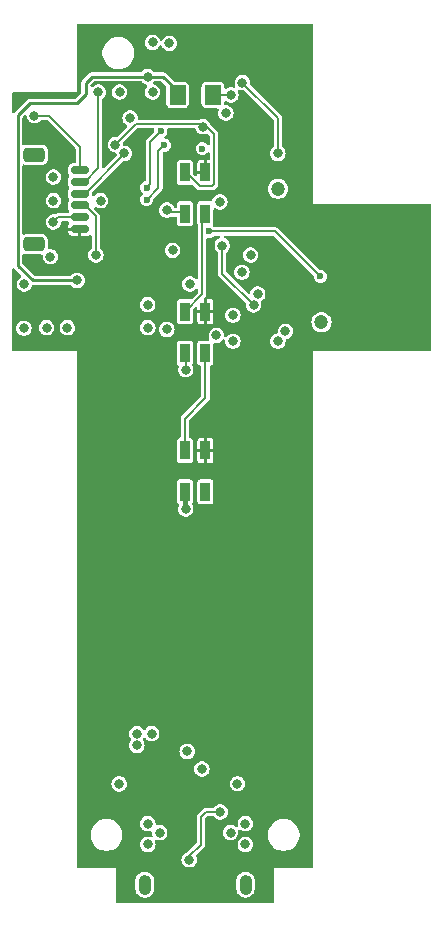
<source format=gbr>
%TF.GenerationSoftware,KiCad,Pcbnew,8.0.7*%
%TF.CreationDate,2024-12-24T11:10:27-06:00*%
%TF.ProjectId,room_environment_monitor,726f6f6d-5f65-46e7-9669-726f6e6d656e,rev?*%
%TF.SameCoordinates,Original*%
%TF.FileFunction,Copper,L4,Bot*%
%TF.FilePolarity,Positive*%
%FSLAX46Y46*%
G04 Gerber Fmt 4.6, Leading zero omitted, Abs format (unit mm)*
G04 Created by KiCad (PCBNEW 8.0.7) date 2024-12-24 11:10:27*
%MOMM*%
%LPD*%
G01*
G04 APERTURE LIST*
G04 Aperture macros list*
%AMRoundRect*
0 Rectangle with rounded corners*
0 $1 Rounding radius*
0 $2 $3 $4 $5 $6 $7 $8 $9 X,Y pos of 4 corners*
0 Add a 4 corners polygon primitive as box body*
4,1,4,$2,$3,$4,$5,$6,$7,$8,$9,$2,$3,0*
0 Add four circle primitives for the rounded corners*
1,1,$1+$1,$2,$3*
1,1,$1+$1,$4,$5*
1,1,$1+$1,$6,$7*
1,1,$1+$1,$8,$9*
0 Add four rect primitives between the rounded corners*
20,1,$1+$1,$2,$3,$4,$5,0*
20,1,$1+$1,$4,$5,$6,$7,0*
20,1,$1+$1,$6,$7,$8,$9,0*
20,1,$1+$1,$8,$9,$2,$3,0*%
G04 Aperture macros list end*
%TA.AperFunction,ComponentPad*%
%ADD10O,1.066800X1.701800*%
%TD*%
%TA.AperFunction,SMDPad,CuDef*%
%ADD11R,0.850000X1.600000*%
%TD*%
%TA.AperFunction,SMDPad,CuDef*%
%ADD12RoundRect,0.150000X0.625000X-0.150000X0.625000X0.150000X-0.625000X0.150000X-0.625000X-0.150000X0*%
%TD*%
%TA.AperFunction,SMDPad,CuDef*%
%ADD13RoundRect,0.250000X0.650000X-0.350000X0.650000X0.350000X-0.650000X0.350000X-0.650000X-0.350000X0*%
%TD*%
%TA.AperFunction,SMDPad,CuDef*%
%ADD14RoundRect,0.250001X0.462499X0.624999X-0.462499X0.624999X-0.462499X-0.624999X0.462499X-0.624999X0*%
%TD*%
%TA.AperFunction,ViaPad*%
%ADD15C,0.800000*%
%TD*%
%TA.AperFunction,ViaPad*%
%ADD16C,1.200000*%
%TD*%
%TA.AperFunction,ViaPad*%
%ADD17C,0.600000*%
%TD*%
%TA.AperFunction,Conductor*%
%ADD18C,0.200000*%
%TD*%
%TA.AperFunction,Conductor*%
%ADD19C,0.400000*%
%TD*%
%TA.AperFunction,Conductor*%
%ADD20C,0.250000*%
%TD*%
G04 APERTURE END LIST*
D10*
%TO.P,P1,S1,SHIELD*%
%TO.N,GND*%
X14269999Y-1400003D03*
X5730001Y-1400003D03*
%TD*%
D11*
%TO.P,D4,1,DOUT*%
%TO.N,Net-(D4-DOUT)*%
X10875000Y43600000D03*
%TO.P,D4,2,VSS*%
%TO.N,GND*%
X9125000Y43600000D03*
%TO.P,D4,3,DIN*%
%TO.N,Net-(D3-DOUT)*%
X9125000Y47100000D03*
%TO.P,D4,4,VDD*%
%TO.N,+5V*%
X10875000Y47100000D03*
%TD*%
D12*
%TO.P,J3,1,Pin_1*%
%TO.N,+5V*%
X250000Y54100000D03*
%TO.P,J3,2,Pin_2*%
%TO.N,GND*%
X250000Y55100000D03*
%TO.P,J3,3,Pin_3*%
%TO.N,EN*%
X250000Y56100000D03*
%TO.P,J3,4,Pin_4*%
%TO.N,BOOT*%
X250000Y57100000D03*
%TO.P,J3,5,Pin_5*%
%TO.N,Net-(J3-Pin_5)*%
X250000Y58100000D03*
%TO.P,J3,6,Pin_6*%
%TO.N,Net-(J3-Pin_6)*%
X250000Y59100000D03*
D13*
%TO.P,J3,MP*%
%TO.N,N/C*%
X-3625000Y52800000D03*
X-3625000Y60400000D03*
%TD*%
D11*
%TO.P,D3,1,DOUT*%
%TO.N,Net-(D3-DOUT)*%
X10875000Y55400000D03*
%TO.P,D3,2,VSS*%
%TO.N,GND*%
X9125000Y55400000D03*
%TO.P,D3,3,DIN*%
%TO.N,NEOPIXEL*%
X9125000Y58900000D03*
%TO.P,D3,4,VDD*%
%TO.N,+5V*%
X10875000Y58900000D03*
%TD*%
%TO.P,D5,1,DOUT*%
%TO.N,unconnected-(D5-DOUT-Pad1)*%
X10875000Y31850000D03*
%TO.P,D5,2,VSS*%
%TO.N,GND*%
X9125000Y31850000D03*
%TO.P,D5,3,DIN*%
%TO.N,Net-(D4-DOUT)*%
X9125000Y35350000D03*
%TO.P,D5,4,VDD*%
%TO.N,+5V*%
X10875000Y35350000D03*
%TD*%
D14*
%TO.P,D6,1,K*%
%TO.N,+3V3*%
X11500000Y65450000D03*
%TO.P,D6,2,A*%
%TO.N,PD*%
X8525000Y65450000D03*
%TD*%
D15*
%TO.N,EN*%
X1600000Y51900000D03*
%TO.N,GND*%
X3575000Y7125000D03*
X-4500000Y45700000D03*
X-2575000Y45750000D03*
X7600000Y45600000D03*
D16*
X17000000Y57500000D03*
D15*
X9325000Y9875000D03*
X10575000Y8375000D03*
X6400000Y69900000D03*
X-2000000Y56500000D03*
X6000000Y3750000D03*
X13200000Y44600000D03*
X4500000Y63500000D03*
X7600000Y55700000D03*
X-2000000Y58500000D03*
X6000000Y2000000D03*
X15300000Y48600000D03*
X9550001Y49443800D03*
D16*
X20700000Y46200000D03*
D15*
X2000000Y56500000D03*
X9200000Y42200000D03*
X14250000Y3750000D03*
X5985081Y47695381D03*
X-2000000Y54700000D03*
X13000000Y3000000D03*
X14700000Y51900000D03*
X9200000Y30400000D03*
X13580000Y7130000D03*
X14250000Y2000000D03*
X7000000Y3000000D03*
X-825000Y45750000D03*
X12100000Y56400000D03*
%TO.N,BOOT*%
X4000000Y60500000D03*
%TO.N,+3V3*%
X11800000Y45100000D03*
X17000000Y44600000D03*
X12600000Y63925000D03*
X6400000Y65700000D03*
X8100000Y52300000D03*
X5075000Y11375000D03*
X13964711Y50443781D03*
X13020000Y65450000D03*
X7815962Y69826194D03*
X-4462299Y49437701D03*
X13200000Y46800000D03*
X5075000Y10375000D03*
X6325000Y11375000D03*
D17*
X10600000Y60900000D03*
D15*
X-2250000Y51750000D03*
X3600000Y65700000D03*
X17650000Y45437500D03*
X6000000Y45750000D03*
%TO.N,+5V*%
X10250000Y70000000D03*
D16*
X17000000Y59000000D03*
D15*
X9500000Y2000000D03*
X11500000Y2950000D03*
X9500000Y3750000D03*
X24300000Y52500000D03*
X11500000Y1500000D03*
%TO.N,NEOPIXEL*%
X10657911Y62763492D03*
X3250000Y61250000D03*
D17*
%TO.N,UART1_RX*%
X7400000Y61200000D03*
X5900000Y56600000D03*
%TO.N,FAN*%
X11200000Y53900000D03*
X20600000Y50100000D03*
%TO.N,UART1_TX_LVL*%
X7100000Y62400000D03*
X5900000Y57600000D03*
D15*
%TO.N,I2C_SDA*%
X12300000Y52700000D03*
X14949051Y47664137D03*
%TO.N,Net-(P1-VCONN)*%
X12120000Y4750000D03*
X9500000Y700000D03*
%TO.N,Net-(J3-Pin_5)*%
X1800000Y65700000D03*
%TO.N,Net-(J3-Pin_6)*%
X-3600000Y63700000D03*
%TO.N,Net-(J2-Pin_2)*%
X17000000Y60500000D03*
X14000000Y66500000D03*
%TO.N,PD*%
X6000000Y67000000D03*
X0Y49750000D03*
%TD*%
D18*
%TO.N,EN*%
X1600000Y55161396D02*
X1600000Y51900000D01*
X661396Y56100000D02*
X1600000Y55161396D01*
%TO.N,GND*%
X9200000Y42200000D02*
X9200000Y43525000D01*
X7800000Y55500000D02*
X7600000Y55700000D01*
D19*
X9125000Y32000000D02*
X9125000Y30625000D01*
X9125000Y30625000D02*
X9250000Y30500000D01*
D18*
X9125000Y55500000D02*
X7800000Y55500000D01*
X250000Y55100000D02*
X-1600000Y55100000D01*
X-1600000Y55100000D02*
X-2000000Y54700000D01*
%TO.N,BOOT*%
X4000000Y60438604D02*
X4000000Y60500000D01*
X661396Y57100000D02*
X4000000Y60438604D01*
%TO.N,+3V3*%
X11500000Y65450000D02*
X13020000Y65450000D01*
%TO.N,Net-(D3-DOUT)*%
X10600000Y48575000D02*
X10600000Y55125000D01*
X9125000Y47100000D02*
X10600000Y48575000D01*
%TO.N,NEOPIXEL*%
X3250000Y61250000D02*
X5000000Y63000000D01*
X11600000Y57900000D02*
X11450000Y57750000D01*
X11450000Y57750000D02*
X10375000Y57750000D01*
X10750000Y63000000D02*
X11600000Y62150000D01*
X11600000Y62150000D02*
X11600000Y57900000D01*
X5000000Y63000000D02*
X10750000Y63000000D01*
X10375000Y57750000D02*
X9125000Y59000000D01*
%TO.N,Net-(D4-DOUT)*%
X10875000Y43750000D02*
X10875000Y39775000D01*
X10875000Y39775000D02*
X9125000Y38025000D01*
X9125000Y38025000D02*
X9125000Y35500000D01*
%TO.N,UART1_RX*%
X6900000Y57600000D02*
X5900000Y56600000D01*
X6900000Y60700000D02*
X6900000Y57600000D01*
X7400000Y61200000D02*
X6900000Y60700000D01*
%TO.N,FAN*%
X16800000Y53900000D02*
X20600000Y50100000D01*
X11200000Y53900000D02*
X16800000Y53900000D01*
%TO.N,UART1_TX_LVL*%
X6200000Y61500000D02*
X7100000Y62400000D01*
X5900000Y57600000D02*
X6200000Y57900000D01*
X6200000Y57900000D02*
X6200000Y61500000D01*
%TO.N,I2C_SDA*%
X12300000Y50313188D02*
X12300000Y52700000D01*
X14949051Y47664137D02*
X12300000Y50313188D01*
%TO.N,Net-(P1-VCONN)*%
X9500000Y700000D02*
X9500000Y989950D01*
X10500000Y1989950D02*
X10500000Y4330000D01*
X9500000Y989950D02*
X10500000Y1989950D01*
X12120000Y4750000D02*
X10920000Y4750000D01*
X10500000Y4330000D02*
X10920000Y4750000D01*
%TO.N,Net-(J3-Pin_5)*%
X1800000Y65700000D02*
X1800000Y59238604D01*
X1800000Y59238604D02*
X661396Y58100000D01*
%TO.N,Net-(J3-Pin_6)*%
X-3600000Y63700000D02*
X-2380664Y63700000D01*
X250000Y61069336D02*
X250000Y59100000D01*
X-2380664Y63700000D02*
X250000Y61069336D01*
%TO.N,Net-(J2-Pin_2)*%
X17000000Y60500000D02*
X17000000Y63500000D01*
X17000000Y63500000D02*
X14000000Y66500000D01*
D20*
%TO.N,PD*%
X-5000000Y51000000D02*
X-5000000Y63750000D01*
X750000Y66500000D02*
X1250000Y67000000D01*
X750000Y65500000D02*
X750000Y66500000D01*
X-3750000Y49750000D02*
X-5000000Y51000000D01*
X-4000000Y64750000D02*
X0Y64750000D01*
X-5000000Y63750000D02*
X-4000000Y64750000D01*
X7275000Y67000000D02*
X8525000Y65750000D01*
X6000000Y67000000D02*
X7275000Y67000000D01*
X1250000Y67000000D02*
X6000000Y67000000D01*
X0Y64750000D02*
X750000Y65500000D01*
X0Y49750000D02*
X-3750000Y49750000D01*
%TD*%
%TA.AperFunction,Conductor*%
%TO.N,+5V*%
G36*
X19943039Y71480315D02*
G01*
X19988794Y71427511D01*
X20000000Y71376000D01*
X20000000Y56250000D01*
X29876000Y56250000D01*
X29943039Y56230315D01*
X29988794Y56177511D01*
X30000000Y56126000D01*
X30000000Y43874000D01*
X29980315Y43806961D01*
X29927511Y43761206D01*
X29876000Y43750000D01*
X20000000Y43750000D01*
X20000000Y124000D01*
X19980315Y56961D01*
X19927511Y11206D01*
X19876000Y0D01*
X16700000Y0D01*
X16700000Y-2876000D01*
X16680315Y-2943039D01*
X16627511Y-2988794D01*
X16576000Y-3000000D01*
X3424000Y-3000000D01*
X3356961Y-2980315D01*
X3311206Y-2927511D01*
X3300000Y-2876000D01*
X3300000Y-1005291D01*
X4946101Y-1005291D01*
X4946101Y-1794714D01*
X4976224Y-1946150D01*
X4976227Y-1946162D01*
X5035314Y-2088812D01*
X5035321Y-2088825D01*
X5121105Y-2217209D01*
X5121108Y-2217213D01*
X5230290Y-2326395D01*
X5230294Y-2326398D01*
X5358678Y-2412182D01*
X5358691Y-2412189D01*
X5501341Y-2471276D01*
X5501346Y-2471278D01*
X5652789Y-2501402D01*
X5652792Y-2501403D01*
X5652794Y-2501403D01*
X5807210Y-2501403D01*
X5807211Y-2501402D01*
X5958656Y-2471278D01*
X6101317Y-2412186D01*
X6229708Y-2326398D01*
X6338896Y-2217210D01*
X6424684Y-2088819D01*
X6483776Y-1946158D01*
X6513901Y-1794710D01*
X6513901Y-1005296D01*
X6513901Y-1005293D01*
X6513900Y-1005291D01*
X13486099Y-1005291D01*
X13486099Y-1794714D01*
X13516222Y-1946150D01*
X13516225Y-1946162D01*
X13575312Y-2088812D01*
X13575319Y-2088825D01*
X13661103Y-2217209D01*
X13661106Y-2217213D01*
X13770288Y-2326395D01*
X13770292Y-2326398D01*
X13898676Y-2412182D01*
X13898689Y-2412189D01*
X14041339Y-2471276D01*
X14041344Y-2471278D01*
X14192787Y-2501402D01*
X14192790Y-2501403D01*
X14192792Y-2501403D01*
X14347208Y-2501403D01*
X14347209Y-2501402D01*
X14498654Y-2471278D01*
X14641315Y-2412186D01*
X14769706Y-2326398D01*
X14878894Y-2217210D01*
X14964682Y-2088819D01*
X15023774Y-1946158D01*
X15053899Y-1794710D01*
X15053899Y-1005296D01*
X15053899Y-1005293D01*
X15053898Y-1005291D01*
X15023775Y-853855D01*
X15023774Y-853848D01*
X15023772Y-853843D01*
X14964685Y-711193D01*
X14964678Y-711180D01*
X14878894Y-582796D01*
X14878891Y-582792D01*
X14769709Y-473610D01*
X14769705Y-473607D01*
X14641321Y-387823D01*
X14641308Y-387816D01*
X14498658Y-328729D01*
X14498646Y-328726D01*
X14347209Y-298603D01*
X14347206Y-298603D01*
X14192792Y-298603D01*
X14192789Y-298603D01*
X14041351Y-328726D01*
X14041339Y-328729D01*
X13898689Y-387816D01*
X13898676Y-387823D01*
X13770292Y-473607D01*
X13770288Y-473610D01*
X13661106Y-582792D01*
X13661103Y-582796D01*
X13575319Y-711180D01*
X13575312Y-711193D01*
X13516225Y-853843D01*
X13516222Y-853855D01*
X13486099Y-1005291D01*
X6513900Y-1005291D01*
X6483777Y-853855D01*
X6483776Y-853848D01*
X6483774Y-853843D01*
X6424687Y-711193D01*
X6424680Y-711180D01*
X6338896Y-582796D01*
X6338893Y-582792D01*
X6229711Y-473610D01*
X6229707Y-473607D01*
X6101323Y-387823D01*
X6101310Y-387816D01*
X5958660Y-328729D01*
X5958648Y-328726D01*
X5807211Y-298603D01*
X5807208Y-298603D01*
X5652794Y-298603D01*
X5652791Y-298603D01*
X5501353Y-328726D01*
X5501341Y-328729D01*
X5358691Y-387816D01*
X5358678Y-387823D01*
X5230294Y-473607D01*
X5230290Y-473610D01*
X5121108Y-582792D01*
X5121105Y-582796D01*
X5035321Y-711180D01*
X5035314Y-711193D01*
X4976227Y-853843D01*
X4976224Y-853855D01*
X4946101Y-1005291D01*
X3300000Y-1005291D01*
X3300000Y0D01*
X124000Y0D01*
X56961Y19685D01*
X11206Y72489D01*
X0Y124000D01*
X0Y700001D01*
X8844722Y700001D01*
X8844722Y700000D01*
X8863762Y543182D01*
X8919780Y395477D01*
X9009517Y265470D01*
X9127760Y160717D01*
X9127762Y160716D01*
X9267634Y87304D01*
X9421014Y49500D01*
X9421015Y49500D01*
X9578985Y49500D01*
X9732365Y87304D01*
X9802282Y124000D01*
X9872240Y160717D01*
X9990483Y265470D01*
X10080220Y395477D01*
X10136237Y543182D01*
X10155278Y700000D01*
X10136237Y856818D01*
X10089409Y980292D01*
X10084043Y1049951D01*
X10117190Y1111458D01*
X10117408Y1111678D01*
X10780470Y1774738D01*
X10826614Y1854662D01*
X10850500Y1943807D01*
X10850500Y2000001D01*
X13594722Y2000001D01*
X13594722Y2000000D01*
X13613762Y1843182D01*
X13669780Y1695477D01*
X13759517Y1565470D01*
X13877760Y1460717D01*
X13877762Y1460716D01*
X14017634Y1387304D01*
X14171014Y1349500D01*
X14171015Y1349500D01*
X14328985Y1349500D01*
X14482365Y1387304D01*
X14622240Y1460717D01*
X14740483Y1565470D01*
X14830220Y1695477D01*
X14886237Y1843182D01*
X14905278Y2000000D01*
X14900896Y2036094D01*
X14886237Y2156819D01*
X14864992Y2212836D01*
X14830220Y2304523D01*
X14740483Y2434530D01*
X14622240Y2539283D01*
X14622238Y2539284D01*
X14622237Y2539285D01*
X14482365Y2612697D01*
X14328986Y2650500D01*
X14328985Y2650500D01*
X14171015Y2650500D01*
X14171014Y2650500D01*
X14017634Y2612697D01*
X13877762Y2539285D01*
X13759516Y2434529D01*
X13669781Y2304525D01*
X13669780Y2304524D01*
X13613762Y2156819D01*
X13594722Y2000001D01*
X10850500Y2000001D01*
X10850500Y2036094D01*
X10850500Y3000001D01*
X12344722Y3000001D01*
X12344722Y3000000D01*
X12363762Y2843182D01*
X12390233Y2773385D01*
X12419780Y2695477D01*
X12509517Y2565470D01*
X12627760Y2460717D01*
X12627762Y2460716D01*
X12767634Y2387304D01*
X12921014Y2349500D01*
X12921015Y2349500D01*
X13078985Y2349500D01*
X13232365Y2387304D01*
X13240562Y2391606D01*
X13372240Y2460717D01*
X13490483Y2565470D01*
X13580220Y2695477D01*
X13636237Y2843182D01*
X13643899Y2906287D01*
X16149500Y2906287D01*
X16149500Y2693714D01*
X16169811Y2565472D01*
X16182754Y2483757D01*
X16240990Y2304525D01*
X16248444Y2281586D01*
X16344951Y2092180D01*
X16469890Y1920214D01*
X16620213Y1769891D01*
X16792179Y1644952D01*
X16792181Y1644951D01*
X16792184Y1644949D01*
X16981588Y1548443D01*
X17183757Y1482754D01*
X17393713Y1449500D01*
X17393714Y1449500D01*
X17606286Y1449500D01*
X17606287Y1449500D01*
X17816243Y1482754D01*
X18018412Y1548443D01*
X18207816Y1644949D01*
X18277361Y1695476D01*
X18379786Y1769891D01*
X18379788Y1769894D01*
X18379792Y1769896D01*
X18530104Y1920208D01*
X18530106Y1920212D01*
X18530109Y1920214D01*
X18655048Y2092180D01*
X18655047Y2092180D01*
X18655051Y2092184D01*
X18751557Y2281588D01*
X18817246Y2483757D01*
X18850500Y2693713D01*
X18850500Y2906287D01*
X18817246Y3116243D01*
X18751557Y3318412D01*
X18655051Y3507816D01*
X18655049Y3507819D01*
X18655048Y3507821D01*
X18530109Y3679787D01*
X18379786Y3830110D01*
X18207820Y3955049D01*
X18018414Y4051556D01*
X18018413Y4051557D01*
X18018412Y4051557D01*
X17816243Y4117246D01*
X17816241Y4117247D01*
X17816240Y4117247D01*
X17654957Y4142792D01*
X17606287Y4150500D01*
X17393713Y4150500D01*
X17345042Y4142792D01*
X17183760Y4117247D01*
X17183757Y4117246D01*
X16990720Y4054524D01*
X16981585Y4051556D01*
X16792179Y3955049D01*
X16620213Y3830110D01*
X16469890Y3679787D01*
X16344951Y3507821D01*
X16248444Y3318415D01*
X16248443Y3318413D01*
X16248443Y3318412D01*
X16243930Y3304523D01*
X16182753Y3116240D01*
X16149500Y2906287D01*
X13643899Y2906287D01*
X13655278Y3000000D01*
X13652975Y3018963D01*
X13639202Y3132399D01*
X13650662Y3201322D01*
X13697566Y3253108D01*
X13765022Y3271315D01*
X13831613Y3250163D01*
X13844518Y3240166D01*
X13869452Y3218077D01*
X13877762Y3210715D01*
X14017634Y3137304D01*
X14171014Y3099500D01*
X14171015Y3099500D01*
X14328985Y3099500D01*
X14482365Y3137304D01*
X14519547Y3156819D01*
X14622240Y3210717D01*
X14740483Y3315470D01*
X14830220Y3445477D01*
X14886237Y3593182D01*
X14905278Y3750000D01*
X14886237Y3906818D01*
X14830220Y4054523D01*
X14740483Y4184530D01*
X14622240Y4289283D01*
X14622238Y4289284D01*
X14622237Y4289285D01*
X14482365Y4362697D01*
X14328986Y4400500D01*
X14328985Y4400500D01*
X14171015Y4400500D01*
X14171014Y4400500D01*
X14017634Y4362697D01*
X13877762Y4289285D01*
X13759516Y4184529D01*
X13669781Y4054525D01*
X13669780Y4054524D01*
X13613762Y3906819D01*
X13594722Y3750001D01*
X13594722Y3750000D01*
X13610797Y3617602D01*
X13599336Y3548678D01*
X13552432Y3496893D01*
X13484976Y3478686D01*
X13418385Y3499839D01*
X13405479Y3509837D01*
X13372240Y3539283D01*
X13372237Y3539286D01*
X13232365Y3612697D01*
X13078986Y3650500D01*
X13078985Y3650500D01*
X12921015Y3650500D01*
X12921014Y3650500D01*
X12767634Y3612697D01*
X12627762Y3539285D01*
X12509516Y3434529D01*
X12419781Y3304525D01*
X12419780Y3304524D01*
X12363762Y3156819D01*
X12344722Y3000001D01*
X10850500Y3000001D01*
X10850500Y4133456D01*
X10870185Y4200495D01*
X10886819Y4221137D01*
X11028863Y4363181D01*
X11090186Y4396666D01*
X11116544Y4399500D01*
X11506436Y4399500D01*
X11573475Y4379815D01*
X11608487Y4345938D01*
X11629515Y4315472D01*
X11629516Y4315471D01*
X11629517Y4315470D01*
X11747760Y4210717D01*
X11747762Y4210716D01*
X11887634Y4137304D01*
X12041014Y4099500D01*
X12041015Y4099500D01*
X12198985Y4099500D01*
X12352365Y4137304D01*
X12492240Y4210717D01*
X12610483Y4315470D01*
X12700220Y4445477D01*
X12756237Y4593182D01*
X12775278Y4750000D01*
X12756237Y4906818D01*
X12700220Y5054523D01*
X12610483Y5184530D01*
X12492240Y5289283D01*
X12492238Y5289284D01*
X12492237Y5289285D01*
X12352365Y5362697D01*
X12198986Y5400500D01*
X12198985Y5400500D01*
X12041015Y5400500D01*
X12041014Y5400500D01*
X11887634Y5362697D01*
X11747762Y5289285D01*
X11629515Y5184529D01*
X11608487Y5154062D01*
X11554205Y5110070D01*
X11506436Y5100500D01*
X10873856Y5100500D01*
X10784712Y5076614D01*
X10784709Y5076613D01*
X10704791Y5030473D01*
X10704786Y5030469D01*
X10219531Y4545214D01*
X10219529Y4545211D01*
X10195701Y4503938D01*
X10195700Y4503937D01*
X10173387Y4465291D01*
X10173386Y4465288D01*
X10149500Y4376144D01*
X10149500Y2186495D01*
X10129815Y2119456D01*
X10113181Y2098814D01*
X9370945Y1356579D01*
X9312940Y1323863D01*
X9267632Y1312696D01*
X9127762Y1239285D01*
X9009516Y1134529D01*
X8919781Y1004525D01*
X8919780Y1004524D01*
X8863762Y856819D01*
X8844722Y700001D01*
X0Y700001D01*
X0Y2906287D01*
X1149500Y2906287D01*
X1149500Y2693714D01*
X1169811Y2565472D01*
X1182754Y2483757D01*
X1240990Y2304525D01*
X1248444Y2281586D01*
X1344951Y2092180D01*
X1469890Y1920214D01*
X1620213Y1769891D01*
X1792179Y1644952D01*
X1792181Y1644951D01*
X1792184Y1644949D01*
X1981588Y1548443D01*
X2183757Y1482754D01*
X2393713Y1449500D01*
X2393714Y1449500D01*
X2606286Y1449500D01*
X2606287Y1449500D01*
X2816243Y1482754D01*
X3018412Y1548443D01*
X3207816Y1644949D01*
X3277361Y1695476D01*
X3379786Y1769891D01*
X3379788Y1769894D01*
X3379792Y1769896D01*
X3530104Y1920208D01*
X3530106Y1920212D01*
X3530109Y1920214D01*
X3655048Y2092180D01*
X3655047Y2092180D01*
X3655051Y2092184D01*
X3751557Y2281588D01*
X3817246Y2483757D01*
X3850500Y2693713D01*
X3850500Y2906287D01*
X3817246Y3116243D01*
X3751557Y3318412D01*
X3655051Y3507816D01*
X3655049Y3507819D01*
X3655048Y3507821D01*
X3530109Y3679787D01*
X3459895Y3750001D01*
X5344722Y3750001D01*
X5344722Y3750000D01*
X5363762Y3593182D01*
X5419780Y3445477D01*
X5509517Y3315470D01*
X5627760Y3210717D01*
X5627762Y3210716D01*
X5767634Y3137304D01*
X5921014Y3099500D01*
X5921015Y3099500D01*
X6078985Y3099500D01*
X6191049Y3127121D01*
X6260849Y3124052D01*
X6317911Y3083732D01*
X6344117Y3018963D01*
X6344722Y3006724D01*
X6344722Y3000000D01*
X6363763Y2843182D01*
X6390233Y2773385D01*
X6395600Y2703722D01*
X6362452Y2642215D01*
X6301314Y2608394D01*
X6240028Y2612440D01*
X6239649Y2610901D01*
X6078986Y2650500D01*
X6078985Y2650500D01*
X5921015Y2650500D01*
X5921014Y2650500D01*
X5767634Y2612697D01*
X5627762Y2539285D01*
X5509516Y2434529D01*
X5419781Y2304525D01*
X5419780Y2304524D01*
X5363762Y2156819D01*
X5344722Y2000001D01*
X5344722Y2000000D01*
X5363762Y1843182D01*
X5419780Y1695477D01*
X5509517Y1565470D01*
X5627760Y1460717D01*
X5627762Y1460716D01*
X5767634Y1387304D01*
X5921014Y1349500D01*
X5921015Y1349500D01*
X6078985Y1349500D01*
X6232365Y1387304D01*
X6372240Y1460717D01*
X6490483Y1565470D01*
X6580220Y1695477D01*
X6636237Y1843182D01*
X6655278Y2000000D01*
X6650895Y2036094D01*
X6636237Y2156818D01*
X6624982Y2186495D01*
X6609765Y2226617D01*
X6604399Y2296279D01*
X6637546Y2357785D01*
X6698684Y2391606D01*
X6759972Y2387562D01*
X6760351Y2389099D01*
X6921014Y2349500D01*
X6921015Y2349500D01*
X7078985Y2349500D01*
X7232365Y2387304D01*
X7240562Y2391606D01*
X7372240Y2460717D01*
X7490483Y2565470D01*
X7580220Y2695477D01*
X7636237Y2843182D01*
X7655278Y3000000D01*
X7652976Y3018963D01*
X7636237Y3156819D01*
X7592814Y3271315D01*
X7580220Y3304523D01*
X7490483Y3434530D01*
X7372240Y3539283D01*
X7372238Y3539284D01*
X7372237Y3539285D01*
X7232365Y3612697D01*
X7078986Y3650500D01*
X7078985Y3650500D01*
X6921015Y3650500D01*
X6921014Y3650500D01*
X6808952Y3622880D01*
X6739150Y3625949D01*
X6682088Y3666270D01*
X6655883Y3731039D01*
X6655278Y3743277D01*
X6655278Y3750001D01*
X6636237Y3906819D01*
X6581345Y4051556D01*
X6580220Y4054523D01*
X6490483Y4184530D01*
X6372240Y4289283D01*
X6372238Y4289284D01*
X6372237Y4289285D01*
X6232365Y4362697D01*
X6078986Y4400500D01*
X6078985Y4400500D01*
X5921015Y4400500D01*
X5921014Y4400500D01*
X5767634Y4362697D01*
X5627762Y4289285D01*
X5509516Y4184529D01*
X5419781Y4054525D01*
X5419780Y4054524D01*
X5363762Y3906819D01*
X5344722Y3750001D01*
X3459895Y3750001D01*
X3379786Y3830110D01*
X3207820Y3955049D01*
X3018414Y4051556D01*
X3018413Y4051557D01*
X3018412Y4051557D01*
X2816243Y4117246D01*
X2816241Y4117247D01*
X2816240Y4117247D01*
X2654957Y4142792D01*
X2606287Y4150500D01*
X2393713Y4150500D01*
X2345042Y4142792D01*
X2183760Y4117247D01*
X2183757Y4117246D01*
X1990720Y4054524D01*
X1981585Y4051556D01*
X1792179Y3955049D01*
X1620213Y3830110D01*
X1469890Y3679787D01*
X1344951Y3507821D01*
X1248444Y3318415D01*
X1248443Y3318413D01*
X1248443Y3318412D01*
X1243930Y3304523D01*
X1182753Y3116240D01*
X1149500Y2906287D01*
X0Y2906287D01*
X0Y7125001D01*
X2919722Y7125001D01*
X2919722Y7125000D01*
X2938762Y6968182D01*
X2992884Y6825477D01*
X2994780Y6820477D01*
X3084517Y6690470D01*
X3202760Y6585717D01*
X3202762Y6585716D01*
X3342634Y6512304D01*
X3496014Y6474500D01*
X3496015Y6474500D01*
X3653985Y6474500D01*
X3807365Y6512304D01*
X3816892Y6517304D01*
X3947240Y6585717D01*
X4065483Y6690470D01*
X4155220Y6820477D01*
X4211237Y6968182D01*
X4230278Y7125000D01*
X4229671Y7130001D01*
X12924722Y7130001D01*
X12924722Y7130000D01*
X12943762Y6973182D01*
X12999780Y6825477D01*
X13089517Y6695470D01*
X13207760Y6590717D01*
X13219860Y6584367D01*
X13347634Y6517304D01*
X13501014Y6479500D01*
X13501015Y6479500D01*
X13658985Y6479500D01*
X13812365Y6517304D01*
X13952240Y6590717D01*
X14070483Y6695470D01*
X14160220Y6825477D01*
X14216237Y6973182D01*
X14235278Y7130000D01*
X14216237Y7286818D01*
X14160220Y7434523D01*
X14070483Y7564530D01*
X13952240Y7669283D01*
X13952238Y7669284D01*
X13952237Y7669285D01*
X13812365Y7742697D01*
X13658986Y7780500D01*
X13658985Y7780500D01*
X13501015Y7780500D01*
X13501014Y7780500D01*
X13347634Y7742697D01*
X13207762Y7669285D01*
X13089516Y7564529D01*
X12999781Y7434525D01*
X12999780Y7434524D01*
X12943762Y7286819D01*
X12924722Y7130001D01*
X4229671Y7130001D01*
X4211237Y7281818D01*
X4209340Y7286819D01*
X4189992Y7337836D01*
X4155220Y7429523D01*
X4065483Y7559530D01*
X3947240Y7664283D01*
X3947238Y7664284D01*
X3947237Y7664285D01*
X3807365Y7737697D01*
X3653986Y7775500D01*
X3653985Y7775500D01*
X3496015Y7775500D01*
X3496014Y7775500D01*
X3342634Y7737697D01*
X3202762Y7664285D01*
X3084516Y7559529D01*
X2994781Y7429525D01*
X2994780Y7429524D01*
X2938762Y7281819D01*
X2919722Y7125001D01*
X0Y7125001D01*
X0Y8375001D01*
X9919722Y8375001D01*
X9919722Y8375000D01*
X9938762Y8218182D01*
X9994780Y8070477D01*
X10084517Y7940470D01*
X10202760Y7835717D01*
X10202762Y7835716D01*
X10342634Y7762304D01*
X10496014Y7724500D01*
X10496015Y7724500D01*
X10653985Y7724500D01*
X10807365Y7762304D01*
X10947240Y7835717D01*
X11065483Y7940470D01*
X11155220Y8070477D01*
X11211237Y8218182D01*
X11230278Y8375000D01*
X11211237Y8531818D01*
X11155220Y8679523D01*
X11065483Y8809530D01*
X10947240Y8914283D01*
X10947238Y8914284D01*
X10947237Y8914285D01*
X10807365Y8987697D01*
X10653986Y9025500D01*
X10653985Y9025500D01*
X10496015Y9025500D01*
X10496014Y9025500D01*
X10342634Y8987697D01*
X10202762Y8914285D01*
X10084516Y8809529D01*
X9994781Y8679525D01*
X9994780Y8679524D01*
X9938762Y8531819D01*
X9919722Y8375001D01*
X0Y8375001D01*
X0Y11375001D01*
X4419722Y11375001D01*
X4419722Y11375000D01*
X4438762Y11218182D01*
X4494780Y11070477D01*
X4494781Y11070476D01*
X4581086Y10945440D01*
X4602969Y10879085D01*
X4585503Y10811434D01*
X4581086Y10804560D01*
X4494781Y10679525D01*
X4494780Y10679524D01*
X4438762Y10531819D01*
X4419722Y10375001D01*
X4419722Y10375000D01*
X4438762Y10218182D01*
X4453424Y10179523D01*
X4494780Y10070477D01*
X4584517Y9940470D01*
X4702760Y9835717D01*
X4702762Y9835716D01*
X4842634Y9762304D01*
X4996014Y9724500D01*
X4996015Y9724500D01*
X5153985Y9724500D01*
X5307365Y9762304D01*
X5447240Y9835717D01*
X5491583Y9875001D01*
X8669722Y9875001D01*
X8669722Y9875000D01*
X8688762Y9718182D01*
X8744780Y9570477D01*
X8834517Y9440470D01*
X8952760Y9335717D01*
X8952762Y9335716D01*
X9092634Y9262304D01*
X9246014Y9224500D01*
X9246015Y9224500D01*
X9403985Y9224500D01*
X9557365Y9262304D01*
X9697240Y9335717D01*
X9815483Y9440470D01*
X9905220Y9570477D01*
X9961237Y9718182D01*
X9980278Y9875000D01*
X9961237Y10031818D01*
X9905220Y10179523D01*
X9815483Y10309530D01*
X9697240Y10414283D01*
X9697238Y10414284D01*
X9697237Y10414285D01*
X9557365Y10487697D01*
X9403986Y10525500D01*
X9403985Y10525500D01*
X9246015Y10525500D01*
X9246014Y10525500D01*
X9092634Y10487697D01*
X8952762Y10414285D01*
X8834516Y10309529D01*
X8744781Y10179525D01*
X8744780Y10179524D01*
X8688762Y10031819D01*
X8669722Y9875001D01*
X5491583Y9875001D01*
X5565483Y9940470D01*
X5655220Y10070477D01*
X5711237Y10218182D01*
X5730278Y10375000D01*
X5711237Y10531818D01*
X5655220Y10679523D01*
X5568912Y10804562D01*
X5547030Y10870914D01*
X5564495Y10938566D01*
X5568905Y10945429D01*
X5597950Y10987508D01*
X5652233Y11031498D01*
X5721682Y11039157D01*
X5784247Y11008053D01*
X5802049Y10987508D01*
X5834517Y10940470D01*
X5952760Y10835717D01*
X5952762Y10835716D01*
X6092634Y10762304D01*
X6246014Y10724500D01*
X6246015Y10724500D01*
X6403985Y10724500D01*
X6557365Y10762304D01*
X6697240Y10835717D01*
X6815483Y10940470D01*
X6905220Y11070477D01*
X6961237Y11218182D01*
X6980278Y11375000D01*
X6961237Y11531818D01*
X6905220Y11679523D01*
X6815483Y11809530D01*
X6697240Y11914283D01*
X6697238Y11914284D01*
X6697237Y11914285D01*
X6557365Y11987697D01*
X6403986Y12025500D01*
X6403985Y12025500D01*
X6246015Y12025500D01*
X6246014Y12025500D01*
X6092634Y11987697D01*
X5952762Y11914285D01*
X5834517Y11809531D01*
X5802050Y11762493D01*
X5747766Y11718503D01*
X5678318Y11710844D01*
X5615753Y11741948D01*
X5597950Y11762493D01*
X5565483Y11809530D01*
X5447240Y11914283D01*
X5447238Y11914284D01*
X5447237Y11914285D01*
X5307365Y11987697D01*
X5153986Y12025500D01*
X5153985Y12025500D01*
X4996015Y12025500D01*
X4996014Y12025500D01*
X4842634Y11987697D01*
X4702762Y11914285D01*
X4584516Y11809529D01*
X4494781Y11679525D01*
X4494780Y11679524D01*
X4438762Y11531819D01*
X4419722Y11375001D01*
X0Y11375001D01*
X0Y32674679D01*
X8449500Y32674679D01*
X8449500Y31025322D01*
X8464032Y30952265D01*
X8464033Y30952261D01*
X8464034Y30952260D01*
X8519399Y30869399D01*
X8567334Y30837370D01*
X8612138Y30783760D01*
X8620847Y30714435D01*
X8614385Y30690298D01*
X8563763Y30556819D01*
X8544722Y30400001D01*
X8544722Y30400000D01*
X8563762Y30243182D01*
X8619780Y30095477D01*
X8709517Y29965470D01*
X8827760Y29860717D01*
X8827762Y29860716D01*
X8967634Y29787304D01*
X9121014Y29749500D01*
X9121015Y29749500D01*
X9278985Y29749500D01*
X9432365Y29787304D01*
X9572240Y29860717D01*
X9690483Y29965470D01*
X9780220Y30095477D01*
X9836237Y30243182D01*
X9855278Y30400000D01*
X9836237Y30556818D01*
X9780220Y30704523D01*
X9780218Y30704525D01*
X9780218Y30704527D01*
X9746869Y30752840D01*
X9724985Y30819195D01*
X9742450Y30886846D01*
X9745795Y30892140D01*
X9785966Y30952260D01*
X9800500Y31025326D01*
X9800500Y32674674D01*
X9800500Y32674677D01*
X9800499Y32674679D01*
X10199500Y32674679D01*
X10199500Y31025322D01*
X10214032Y30952265D01*
X10214033Y30952261D01*
X10214034Y30952260D01*
X10269399Y30869399D01*
X10344536Y30819195D01*
X10352260Y30814034D01*
X10352264Y30814033D01*
X10425321Y30799501D01*
X10425324Y30799500D01*
X10425326Y30799500D01*
X11324676Y30799500D01*
X11324677Y30799501D01*
X11397740Y30814034D01*
X11480601Y30869399D01*
X11535966Y30952260D01*
X11550500Y31025326D01*
X11550500Y32674674D01*
X11550500Y32674677D01*
X11550499Y32674679D01*
X11535967Y32747736D01*
X11535966Y32747740D01*
X11480601Y32830601D01*
X11397740Y32885966D01*
X11397739Y32885967D01*
X11397735Y32885968D01*
X11324677Y32900500D01*
X11324674Y32900500D01*
X10425326Y32900500D01*
X10425323Y32900500D01*
X10352264Y32885968D01*
X10352260Y32885967D01*
X10269399Y32830601D01*
X10214033Y32747740D01*
X10214032Y32747736D01*
X10199500Y32674679D01*
X9800499Y32674679D01*
X9785967Y32747736D01*
X9785966Y32747740D01*
X9730601Y32830601D01*
X9647740Y32885966D01*
X9647739Y32885967D01*
X9647735Y32885968D01*
X9574677Y32900500D01*
X9574674Y32900500D01*
X8675326Y32900500D01*
X8675323Y32900500D01*
X8602264Y32885968D01*
X8602260Y32885967D01*
X8519399Y32830601D01*
X8464033Y32747740D01*
X8464032Y32747736D01*
X8449500Y32674679D01*
X0Y32674679D01*
X0Y36174679D01*
X8449500Y36174679D01*
X8449500Y34525322D01*
X8464032Y34452265D01*
X8464033Y34452261D01*
X8464034Y34452260D01*
X8519399Y34369399D01*
X8601554Y34314506D01*
X8602260Y34314034D01*
X8602264Y34314033D01*
X8675321Y34299501D01*
X8675324Y34299500D01*
X8675326Y34299500D01*
X9574676Y34299500D01*
X9574677Y34299501D01*
X9647740Y34314034D01*
X9730601Y34369399D01*
X9785966Y34452260D01*
X9800500Y34525326D01*
X9800500Y34525372D01*
X10200000Y34525372D01*
X10214503Y34452460D01*
X10214505Y34452456D01*
X10269760Y34369761D01*
X10352455Y34314506D01*
X10352459Y34314504D01*
X10425371Y34300001D01*
X10425374Y34300000D01*
X10750000Y34300000D01*
X11000000Y34300000D01*
X11324626Y34300000D01*
X11324628Y34300001D01*
X11397540Y34314504D01*
X11397544Y34314506D01*
X11480239Y34369761D01*
X11535494Y34452456D01*
X11535496Y34452460D01*
X11549999Y34525372D01*
X11550000Y34525374D01*
X11550000Y35225000D01*
X11000000Y35225000D01*
X11000000Y34300000D01*
X10750000Y34300000D01*
X10750000Y35225000D01*
X10200000Y35225000D01*
X10200000Y34525372D01*
X9800500Y34525372D01*
X9800500Y36174629D01*
X10200000Y36174629D01*
X10200000Y35475000D01*
X10750000Y35475000D01*
X11000000Y35475000D01*
X11550000Y35475000D01*
X11550000Y36174627D01*
X11549999Y36174629D01*
X11535496Y36247541D01*
X11535494Y36247545D01*
X11480239Y36330240D01*
X11397544Y36385495D01*
X11397540Y36385497D01*
X11324627Y36400000D01*
X11000000Y36400000D01*
X11000000Y35475000D01*
X10750000Y35475000D01*
X10750000Y36400000D01*
X10425373Y36400000D01*
X10352459Y36385497D01*
X10352455Y36385495D01*
X10269760Y36330240D01*
X10214505Y36247545D01*
X10214503Y36247541D01*
X10200000Y36174629D01*
X9800500Y36174629D01*
X9800500Y36174674D01*
X9800500Y36174677D01*
X9800499Y36174679D01*
X9785967Y36247736D01*
X9785966Y36247740D01*
X9730601Y36330601D01*
X9647740Y36385966D01*
X9647739Y36385967D01*
X9647736Y36385968D01*
X9575308Y36400375D01*
X9513397Y36432760D01*
X9478823Y36493477D01*
X9475500Y36521992D01*
X9475500Y37828456D01*
X9495185Y37895495D01*
X9511819Y37916137D01*
X9835896Y38240214D01*
X11155470Y39559788D01*
X11201614Y39639712D01*
X11225500Y39728857D01*
X11225500Y39821144D01*
X11225500Y42428009D01*
X11245185Y42495048D01*
X11297989Y42540803D01*
X11325309Y42549626D01*
X11397735Y42564033D01*
X11397735Y42564034D01*
X11397740Y42564034D01*
X11480601Y42619399D01*
X11535966Y42702260D01*
X11550500Y42775326D01*
X11550500Y44333254D01*
X11570185Y44400293D01*
X11622989Y44446048D01*
X11692147Y44455992D01*
X11704163Y44453654D01*
X11721015Y44449500D01*
X11721017Y44449500D01*
X11878985Y44449500D01*
X12032365Y44487304D01*
X12070401Y44507267D01*
X12172240Y44560717D01*
X12290483Y44665470D01*
X12322851Y44712365D01*
X12377132Y44756355D01*
X12446581Y44764015D01*
X12509146Y44732913D01*
X12544964Y44672923D01*
X12547997Y44626981D01*
X12544722Y44600004D01*
X12544722Y44600000D01*
X12563762Y44443182D01*
X12605453Y44333254D01*
X12619780Y44295477D01*
X12709517Y44165470D01*
X12827760Y44060717D01*
X12827762Y44060716D01*
X12967634Y43987304D01*
X13121014Y43949500D01*
X13121015Y43949500D01*
X13278985Y43949500D01*
X13432365Y43987304D01*
X13572240Y44060717D01*
X13690483Y44165470D01*
X13780220Y44295477D01*
X13836237Y44443182D01*
X13855278Y44600000D01*
X13855278Y44600001D01*
X16344722Y44600001D01*
X16344722Y44600000D01*
X16363762Y44443182D01*
X16405453Y44333254D01*
X16419780Y44295477D01*
X16509517Y44165470D01*
X16627760Y44060717D01*
X16627762Y44060716D01*
X16767634Y43987304D01*
X16921014Y43949500D01*
X16921015Y43949500D01*
X17078985Y43949500D01*
X17232365Y43987304D01*
X17372240Y44060717D01*
X17490483Y44165470D01*
X17580220Y44295477D01*
X17636237Y44443182D01*
X17655278Y44600000D01*
X17648615Y44654874D01*
X17660075Y44723797D01*
X17706979Y44775583D01*
X17742037Y44790217D01*
X17882365Y44824804D01*
X18022240Y44898217D01*
X18140483Y45002970D01*
X18230220Y45132977D01*
X18286237Y45280682D01*
X18305278Y45437500D01*
X18304310Y45445477D01*
X18286237Y45594319D01*
X18246157Y45700000D01*
X18230220Y45742023D01*
X18140483Y45872030D01*
X18022240Y45976783D01*
X18022238Y45976784D01*
X18022237Y45976785D01*
X17882365Y46050197D01*
X17728986Y46088000D01*
X17728985Y46088000D01*
X17571015Y46088000D01*
X17571014Y46088000D01*
X17417634Y46050197D01*
X17277762Y45976785D01*
X17159516Y45872029D01*
X17069781Y45742025D01*
X17069780Y45742024D01*
X17013762Y45594319D01*
X16994722Y45437501D01*
X16994722Y45437499D01*
X17001384Y45382626D01*
X16989923Y45313703D01*
X16943018Y45261917D01*
X16907963Y45247284D01*
X16767633Y45212696D01*
X16627762Y45139285D01*
X16509516Y45034529D01*
X16419781Y44904525D01*
X16419780Y44904524D01*
X16363762Y44756819D01*
X16344722Y44600001D01*
X13855278Y44600001D01*
X13849201Y44650054D01*
X13836237Y44756819D01*
X13810453Y44824804D01*
X13780220Y44904523D01*
X13690483Y45034530D01*
X13572240Y45139283D01*
X13572238Y45139284D01*
X13572237Y45139285D01*
X13432365Y45212697D01*
X13278986Y45250500D01*
X13278985Y45250500D01*
X13121015Y45250500D01*
X13121014Y45250500D01*
X12967634Y45212697D01*
X12827762Y45139285D01*
X12709517Y45034531D01*
X12677148Y44987635D01*
X12622864Y44943645D01*
X12553416Y44935986D01*
X12490851Y44967090D01*
X12455034Y45027081D01*
X12452002Y45073022D01*
X12455278Y45100000D01*
X12436237Y45256818D01*
X12434303Y45261917D01*
X12383651Y45395476D01*
X12380220Y45404523D01*
X12290483Y45534530D01*
X12172240Y45639283D01*
X12172238Y45639284D01*
X12172237Y45639285D01*
X12032365Y45712697D01*
X11878986Y45750500D01*
X11878985Y45750500D01*
X11721015Y45750500D01*
X11721014Y45750500D01*
X11567634Y45712697D01*
X11427762Y45639285D01*
X11309516Y45534529D01*
X11219781Y45404525D01*
X11219780Y45404524D01*
X11163762Y45256819D01*
X11144722Y45100001D01*
X11144722Y45100000D01*
X11163762Y44943183D01*
X11178424Y44904524D01*
X11211060Y44818470D01*
X11216427Y44748808D01*
X11183280Y44687302D01*
X11122142Y44653481D01*
X11095118Y44650500D01*
X10425323Y44650500D01*
X10352264Y44635968D01*
X10352260Y44635967D01*
X10269399Y44580601D01*
X10214033Y44497740D01*
X10214032Y44497736D01*
X10199500Y44424679D01*
X10199500Y42775322D01*
X10214032Y42702265D01*
X10214033Y42702261D01*
X10214034Y42702260D01*
X10269399Y42619399D01*
X10352260Y42564034D01*
X10352264Y42564033D01*
X10424691Y42549626D01*
X10486602Y42517241D01*
X10521176Y42456526D01*
X10524500Y42428009D01*
X10524500Y39971544D01*
X10504815Y39904505D01*
X10488181Y39883863D01*
X8844531Y38240214D01*
X8844527Y38240209D01*
X8798387Y38160291D01*
X8798386Y38160288D01*
X8774500Y38071144D01*
X8774500Y36521992D01*
X8754815Y36454953D01*
X8702011Y36409198D01*
X8674692Y36400375D01*
X8602263Y36385968D01*
X8602260Y36385967D01*
X8519399Y36330601D01*
X8464033Y36247740D01*
X8464032Y36247736D01*
X8449500Y36174679D01*
X0Y36174679D01*
X0Y43750000D01*
X-5376000Y43750000D01*
X-5443039Y43769685D01*
X-5488794Y43822489D01*
X-5500000Y43874000D01*
X-5500000Y44424679D01*
X8449500Y44424679D01*
X8449500Y42775322D01*
X8464032Y42702265D01*
X8464033Y42702261D01*
X8464034Y42702260D01*
X8519399Y42619399D01*
X8552204Y42597480D01*
X8597009Y42543870D01*
X8605718Y42474545D01*
X8599256Y42450407D01*
X8563763Y42356819D01*
X8544722Y42200001D01*
X8544722Y42200000D01*
X8563762Y42043182D01*
X8619780Y41895477D01*
X8709517Y41765470D01*
X8827760Y41660717D01*
X8827762Y41660716D01*
X8967634Y41587304D01*
X9121014Y41549500D01*
X9121015Y41549500D01*
X9278985Y41549500D01*
X9432365Y41587304D01*
X9572240Y41660717D01*
X9690483Y41765470D01*
X9780220Y41895477D01*
X9836237Y42043182D01*
X9855278Y42200000D01*
X9836237Y42356818D01*
X9780220Y42504523D01*
X9763844Y42528248D01*
X9741961Y42594603D01*
X9759427Y42662254D01*
X9762776Y42667554D01*
X9785966Y42702260D01*
X9800500Y42775326D01*
X9800500Y44424674D01*
X9800500Y44424677D01*
X9800499Y44424679D01*
X9785967Y44497736D01*
X9785966Y44497740D01*
X9779600Y44507267D01*
X9730601Y44580601D01*
X9647740Y44635966D01*
X9647739Y44635967D01*
X9647735Y44635968D01*
X9574677Y44650500D01*
X9574674Y44650500D01*
X8675326Y44650500D01*
X8675323Y44650500D01*
X8602264Y44635968D01*
X8602260Y44635967D01*
X8519399Y44580601D01*
X8464033Y44497740D01*
X8464032Y44497736D01*
X8449500Y44424679D01*
X-5500000Y44424679D01*
X-5500000Y45700001D01*
X-5155278Y45700001D01*
X-5155278Y45700000D01*
X-5136238Y45543182D01*
X-5083651Y45404524D01*
X-5080220Y45395477D01*
X-4990483Y45265470D01*
X-4872240Y45160717D01*
X-4872238Y45160716D01*
X-4732366Y45087304D01*
X-4578986Y45049500D01*
X-4578985Y45049500D01*
X-4421015Y45049500D01*
X-4267635Y45087304D01*
X-4243441Y45100002D01*
X-4127760Y45160717D01*
X-4009517Y45265470D01*
X-3919780Y45395477D01*
X-3863763Y45543182D01*
X-3844722Y45700000D01*
X-3846263Y45712696D01*
X-3850793Y45750001D01*
X-3230278Y45750001D01*
X-3230278Y45750000D01*
X-3211238Y45593182D01*
X-3160496Y45459388D01*
X-3155220Y45445477D01*
X-3065483Y45315470D01*
X-2947240Y45210717D01*
X-2947238Y45210716D01*
X-2807366Y45137304D01*
X-2653986Y45099500D01*
X-2653985Y45099500D01*
X-2496015Y45099500D01*
X-2342635Y45137304D01*
X-2288966Y45165472D01*
X-2202760Y45210717D01*
X-2084517Y45315470D01*
X-1994780Y45445477D01*
X-1938763Y45593182D01*
X-1919722Y45750000D01*
X-1919722Y45750001D01*
X-1480278Y45750001D01*
X-1480278Y45750000D01*
X-1461238Y45593182D01*
X-1410496Y45459388D01*
X-1405220Y45445477D01*
X-1315483Y45315470D01*
X-1197240Y45210717D01*
X-1197238Y45210716D01*
X-1057366Y45137304D01*
X-903986Y45099500D01*
X-903985Y45099500D01*
X-746015Y45099500D01*
X-592635Y45137304D01*
X-538966Y45165472D01*
X-452760Y45210717D01*
X-334517Y45315470D01*
X-244780Y45445477D01*
X-188763Y45593182D01*
X-169722Y45750000D01*
X-169722Y45750001D01*
X5344722Y45750001D01*
X5344722Y45750000D01*
X5363762Y45593182D01*
X5414504Y45459388D01*
X5419780Y45445477D01*
X5509517Y45315470D01*
X5627760Y45210717D01*
X5627762Y45210716D01*
X5767634Y45137304D01*
X5921014Y45099500D01*
X5921015Y45099500D01*
X6078985Y45099500D01*
X6232365Y45137304D01*
X6286034Y45165472D01*
X6372240Y45210717D01*
X6490483Y45315470D01*
X6580220Y45445477D01*
X6636237Y45593182D01*
X6637065Y45600001D01*
X6944722Y45600001D01*
X6944722Y45600000D01*
X6963762Y45443182D01*
X7012197Y45315472D01*
X7019780Y45295477D01*
X7109517Y45165470D01*
X7227760Y45060717D01*
X7227762Y45060716D01*
X7367634Y44987304D01*
X7521014Y44949500D01*
X7521015Y44949500D01*
X7678985Y44949500D01*
X7832365Y44987304D01*
X7832996Y44987635D01*
X7972240Y45060717D01*
X8090483Y45165470D01*
X8180220Y45295477D01*
X8236237Y45443182D01*
X8255278Y45600000D01*
X8243460Y45697335D01*
X8236237Y45756819D01*
X8214992Y45812836D01*
X8180220Y45904523D01*
X8090483Y46034530D01*
X7972240Y46139283D01*
X7972238Y46139284D01*
X7972237Y46139285D01*
X7832365Y46212697D01*
X7678986Y46250500D01*
X7678985Y46250500D01*
X7521015Y46250500D01*
X7521014Y46250500D01*
X7367634Y46212697D01*
X7227762Y46139285D01*
X7227760Y46139283D01*
X7127201Y46050196D01*
X7109516Y46034529D01*
X7019781Y45904525D01*
X7019780Y45904524D01*
X6963762Y45756819D01*
X6944722Y45600001D01*
X6637065Y45600001D01*
X6655278Y45750000D01*
X6636516Y45904525D01*
X6636237Y45906819D01*
X6599182Y46004524D01*
X6580220Y46054523D01*
X6490483Y46184530D01*
X6372240Y46289283D01*
X6372238Y46289284D01*
X6372237Y46289285D01*
X6232365Y46362697D01*
X6078986Y46400500D01*
X6078985Y46400500D01*
X5921015Y46400500D01*
X5921014Y46400500D01*
X5767634Y46362697D01*
X5627762Y46289285D01*
X5571323Y46239285D01*
X5529752Y46202456D01*
X5509516Y46184529D01*
X5419781Y46054525D01*
X5419780Y46054524D01*
X5363762Y45906819D01*
X5344722Y45750001D01*
X-169722Y45750001D01*
X-188484Y45904525D01*
X-188763Y45906819D01*
X-225818Y46004524D01*
X-244780Y46054523D01*
X-334517Y46184530D01*
X-452760Y46289283D01*
X-452762Y46289284D01*
X-452763Y46289285D01*
X-592635Y46362697D01*
X-746014Y46400500D01*
X-746015Y46400500D01*
X-903985Y46400500D01*
X-903986Y46400500D01*
X-1057366Y46362697D01*
X-1197238Y46289285D01*
X-1253677Y46239285D01*
X-1295248Y46202456D01*
X-1315484Y46184529D01*
X-1405219Y46054525D01*
X-1405220Y46054524D01*
X-1461238Y45906819D01*
X-1480278Y45750001D01*
X-1919722Y45750001D01*
X-1938484Y45904525D01*
X-1938763Y45906819D01*
X-1975818Y46004524D01*
X-1994780Y46054523D01*
X-2084517Y46184530D01*
X-2202760Y46289283D01*
X-2202762Y46289284D01*
X-2202763Y46289285D01*
X-2342635Y46362697D01*
X-2496014Y46400500D01*
X-2496015Y46400500D01*
X-2653985Y46400500D01*
X-2653986Y46400500D01*
X-2807366Y46362697D01*
X-2947238Y46289285D01*
X-3003677Y46239285D01*
X-3045248Y46202456D01*
X-3065484Y46184529D01*
X-3155219Y46054525D01*
X-3155220Y46054524D01*
X-3211238Y45906819D01*
X-3230278Y45750001D01*
X-3850793Y45750001D01*
X-3863763Y45856819D01*
X-3909260Y45976783D01*
X-3919780Y46004523D01*
X-4009517Y46134530D01*
X-4127760Y46239283D01*
X-4127762Y46239284D01*
X-4127763Y46239285D01*
X-4267635Y46312697D01*
X-4421014Y46350500D01*
X-4421015Y46350500D01*
X-4578985Y46350500D01*
X-4578986Y46350500D01*
X-4732366Y46312697D01*
X-4872238Y46239285D01*
X-4990484Y46134529D01*
X-5080219Y46004525D01*
X-5080220Y46004524D01*
X-5136238Y45856819D01*
X-5155278Y45700001D01*
X-5500000Y45700001D01*
X-5500000Y47695382D01*
X5329803Y47695382D01*
X5329803Y47695381D01*
X5348843Y47538563D01*
X5396579Y47412696D01*
X5404861Y47390858D01*
X5494598Y47260851D01*
X5612841Y47156098D01*
X5612843Y47156097D01*
X5752715Y47082685D01*
X5906095Y47044881D01*
X5906096Y47044881D01*
X6064066Y47044881D01*
X6217446Y47082685D01*
X6297791Y47124854D01*
X6357321Y47156098D01*
X6475564Y47260851D01*
X6565301Y47390858D01*
X6621318Y47538563D01*
X6640359Y47695381D01*
X6621318Y47852199D01*
X6593830Y47924679D01*
X8449500Y47924679D01*
X8449500Y46275322D01*
X8464032Y46202265D01*
X8464033Y46202261D01*
X8475881Y46184529D01*
X8519399Y46119399D01*
X8566392Y46088000D01*
X8602260Y46064034D01*
X8602264Y46064033D01*
X8675321Y46049501D01*
X8675324Y46049500D01*
X8675326Y46049500D01*
X9574676Y46049500D01*
X9574677Y46049501D01*
X9647740Y46064034D01*
X9730601Y46119399D01*
X9785966Y46202260D01*
X9800500Y46275326D01*
X9800500Y46275372D01*
X10200000Y46275372D01*
X10214503Y46202460D01*
X10214505Y46202456D01*
X10269760Y46119761D01*
X10352455Y46064506D01*
X10352459Y46064504D01*
X10425371Y46050001D01*
X10425374Y46050000D01*
X10750000Y46050000D01*
X11000000Y46050000D01*
X11324626Y46050000D01*
X11324628Y46050001D01*
X11397540Y46064504D01*
X11397544Y46064506D01*
X11480239Y46119761D01*
X11535494Y46202456D01*
X11535496Y46202460D01*
X11549999Y46275372D01*
X11550000Y46275374D01*
X11550000Y46800001D01*
X12544722Y46800001D01*
X12544722Y46800000D01*
X12563762Y46643182D01*
X12599923Y46547836D01*
X12619780Y46495477D01*
X12709517Y46365470D01*
X12827760Y46260717D01*
X12827762Y46260716D01*
X12967634Y46187304D01*
X13121014Y46149500D01*
X13121015Y46149500D01*
X13278985Y46149500D01*
X13432365Y46187304D01*
X13456555Y46200000D01*
X19844815Y46200000D01*
X19863503Y46022195D01*
X19863504Y46022193D01*
X19918747Y45852171D01*
X19918750Y45852165D01*
X20008141Y45697335D01*
X20049812Y45651054D01*
X20127764Y45564479D01*
X20127767Y45564477D01*
X20127770Y45564474D01*
X20272407Y45459388D01*
X20435733Y45386671D01*
X20610609Y45349500D01*
X20610610Y45349500D01*
X20789389Y45349500D01*
X20789391Y45349500D01*
X20964267Y45386671D01*
X21127593Y45459388D01*
X21272230Y45564474D01*
X21391859Y45697335D01*
X21481250Y45852165D01*
X21536497Y46022197D01*
X21555185Y46200000D01*
X21536497Y46377803D01*
X21481250Y46547835D01*
X21391859Y46702665D01*
X21345003Y46754704D01*
X21272235Y46835522D01*
X21272232Y46835524D01*
X21272231Y46835525D01*
X21272230Y46835526D01*
X21127593Y46940612D01*
X20964267Y47013329D01*
X20964265Y47013330D01*
X20815826Y47044881D01*
X20789391Y47050500D01*
X20610609Y47050500D01*
X20584174Y47044881D01*
X20435733Y47013330D01*
X20435728Y47013328D01*
X20272408Y46940613D01*
X20127768Y46835525D01*
X20008140Y46702664D01*
X19918750Y46547836D01*
X19918747Y46547830D01*
X19863504Y46377808D01*
X19863503Y46377806D01*
X19844815Y46200000D01*
X13456555Y46200000D01*
X13461242Y46202460D01*
X13572240Y46260717D01*
X13690483Y46365470D01*
X13780220Y46495477D01*
X13836237Y46643182D01*
X13855278Y46800000D01*
X13850965Y46835526D01*
X13836237Y46956819D01*
X13788502Y47082685D01*
X13780220Y47104523D01*
X13690483Y47234530D01*
X13572240Y47339283D01*
X13572238Y47339284D01*
X13572237Y47339285D01*
X13432365Y47412697D01*
X13278986Y47450500D01*
X13278985Y47450500D01*
X13121015Y47450500D01*
X13121014Y47450500D01*
X12967634Y47412697D01*
X12827762Y47339285D01*
X12709516Y47234529D01*
X12619781Y47104525D01*
X12619780Y47104524D01*
X12563762Y46956819D01*
X12544722Y46800001D01*
X11550000Y46800001D01*
X11550000Y46975000D01*
X11000000Y46975000D01*
X11000000Y46050000D01*
X10750000Y46050000D01*
X10750000Y46975000D01*
X10200000Y46975000D01*
X10200000Y46275372D01*
X9800500Y46275372D01*
X9800500Y47228456D01*
X9820185Y47295495D01*
X9836819Y47316137D01*
X9988319Y47467637D01*
X10049642Y47501122D01*
X10119334Y47496138D01*
X10175267Y47454266D01*
X10199684Y47388802D01*
X10200000Y47379956D01*
X10200000Y47225000D01*
X10750000Y47225000D01*
X11000000Y47225000D01*
X11550000Y47225000D01*
X11550000Y47924627D01*
X11549999Y47924629D01*
X11535496Y47997541D01*
X11535494Y47997545D01*
X11480239Y48080240D01*
X11397544Y48135495D01*
X11397540Y48135497D01*
X11324627Y48150000D01*
X11000000Y48150000D01*
X11000000Y47225000D01*
X10750000Y47225000D01*
X10750000Y48177956D01*
X10769685Y48244995D01*
X10786319Y48265637D01*
X10788319Y48267637D01*
X10849642Y48301122D01*
X10851570Y48300985D01*
X10876331Y48355203D01*
X10879857Y48358991D01*
X10880465Y48359784D01*
X10880470Y48359788D01*
X10926614Y48439712D01*
X10929338Y48449880D01*
X10935206Y48471775D01*
X10942852Y48500315D01*
X10950500Y48528856D01*
X10950500Y53236203D01*
X10970185Y53303242D01*
X11022989Y53348997D01*
X11090685Y53359142D01*
X11156325Y53350500D01*
X11199999Y53344750D01*
X11200000Y53344750D01*
X11200001Y53344750D01*
X11214977Y53346722D01*
X11343709Y53363670D01*
X11477625Y53419139D01*
X11592621Y53507379D01*
X11592623Y53507383D01*
X11592627Y53507385D01*
X11598372Y53513129D01*
X11600888Y53510613D01*
X11644183Y53542203D01*
X11686092Y53549500D01*
X12015739Y53549500D01*
X12082778Y53529815D01*
X12128533Y53477011D01*
X12138477Y53407853D01*
X12109452Y53344297D01*
X12073365Y53315704D01*
X11927762Y53239286D01*
X11809516Y53134529D01*
X11719781Y53004525D01*
X11719780Y53004524D01*
X11663762Y52856819D01*
X11644722Y52700001D01*
X11644722Y52700000D01*
X11663762Y52543182D01*
X11719780Y52395477D01*
X11719781Y52395476D01*
X11809517Y52265469D01*
X11870109Y52211790D01*
X11907726Y52178465D01*
X11944853Y52119277D01*
X11949500Y52085650D01*
X11949500Y50267045D01*
X11968076Y50197717D01*
X11968076Y50197716D01*
X11973384Y50177904D01*
X11973385Y50177902D01*
X12019527Y50097980D01*
X12019531Y50097975D01*
X14268360Y47849146D01*
X14301845Y47787823D01*
X14303775Y47746520D01*
X14293773Y47664138D01*
X14293773Y47664137D01*
X14312813Y47507319D01*
X14356982Y47390858D01*
X14368831Y47359614D01*
X14458568Y47229607D01*
X14576811Y47124854D01*
X14576813Y47124853D01*
X14716685Y47051441D01*
X14870065Y47013637D01*
X14870066Y47013637D01*
X15028036Y47013637D01*
X15181416Y47051441D01*
X15321291Y47124854D01*
X15439534Y47229607D01*
X15529271Y47359614D01*
X15585288Y47507319D01*
X15604329Y47664137D01*
X15585288Y47820955D01*
X15562841Y47880141D01*
X15557475Y47949803D01*
X15590622Y48011309D01*
X15621155Y48033906D01*
X15672240Y48060717D01*
X15790483Y48165470D01*
X15880220Y48295477D01*
X15936237Y48443182D01*
X15955278Y48600000D01*
X15940686Y48720182D01*
X15936237Y48756819D01*
X15908064Y48831104D01*
X15880220Y48904523D01*
X15790483Y49034530D01*
X15672240Y49139283D01*
X15672238Y49139284D01*
X15672237Y49139285D01*
X15532365Y49212697D01*
X15378986Y49250500D01*
X15378985Y49250500D01*
X15221015Y49250500D01*
X15221014Y49250500D01*
X15067634Y49212697D01*
X14927762Y49139285D01*
X14809516Y49034529D01*
X14719781Y48904525D01*
X14719780Y48904524D01*
X14663763Y48756820D01*
X14660709Y48731670D01*
X14633085Y48667492D01*
X14575150Y48628437D01*
X14505298Y48626904D01*
X14449932Y48658938D01*
X12686819Y50422051D01*
X12674953Y50443782D01*
X13309433Y50443782D01*
X13309433Y50443781D01*
X13328473Y50286963D01*
X13369835Y50177902D01*
X13384491Y50139258D01*
X13474228Y50009251D01*
X13592471Y49904498D01*
X13592473Y49904497D01*
X13732345Y49831085D01*
X13885725Y49793281D01*
X13885726Y49793281D01*
X14043696Y49793281D01*
X14197076Y49831085D01*
X14275472Y49872231D01*
X14336951Y49904498D01*
X14455194Y50009251D01*
X14544931Y50139258D01*
X14600948Y50286963D01*
X14619989Y50443781D01*
X14600948Y50600599D01*
X14587397Y50636329D01*
X14566451Y50691560D01*
X14544931Y50748304D01*
X14455194Y50878311D01*
X14336951Y50983064D01*
X14336949Y50983065D01*
X14336948Y50983066D01*
X14197076Y51056478D01*
X14043697Y51094281D01*
X14043696Y51094281D01*
X13885726Y51094281D01*
X13885725Y51094281D01*
X13732345Y51056478D01*
X13592473Y50983066D01*
X13474227Y50878310D01*
X13384492Y50748306D01*
X13384491Y50748305D01*
X13328473Y50600600D01*
X13309433Y50443782D01*
X12674953Y50443782D01*
X12653334Y50483374D01*
X12650500Y50509732D01*
X12650500Y51900001D01*
X14044722Y51900001D01*
X14044722Y51900000D01*
X14063762Y51743182D01*
X14119780Y51595477D01*
X14209517Y51465470D01*
X14327760Y51360717D01*
X14327762Y51360716D01*
X14467634Y51287304D01*
X14621014Y51249500D01*
X14621015Y51249500D01*
X14778985Y51249500D01*
X14932365Y51287304D01*
X14986034Y51315472D01*
X15072240Y51360717D01*
X15190483Y51465470D01*
X15280220Y51595477D01*
X15336237Y51743182D01*
X15355278Y51900000D01*
X15349268Y51949502D01*
X15336237Y52056819D01*
X15312549Y52119277D01*
X15280220Y52204523D01*
X15190483Y52334530D01*
X15072240Y52439283D01*
X15072238Y52439284D01*
X15072237Y52439285D01*
X14932365Y52512697D01*
X14778986Y52550500D01*
X14778985Y52550500D01*
X14621015Y52550500D01*
X14621014Y52550500D01*
X14467634Y52512697D01*
X14327762Y52439285D01*
X14209516Y52334529D01*
X14119781Y52204525D01*
X14119780Y52204524D01*
X14063762Y52056819D01*
X14044722Y51900001D01*
X12650500Y51900001D01*
X12650500Y52085650D01*
X12670185Y52152689D01*
X12692271Y52178464D01*
X12790483Y52265470D01*
X12880220Y52395477D01*
X12936237Y52543182D01*
X12955278Y52700000D01*
X12951086Y52734529D01*
X12936237Y52856819D01*
X12900708Y52950500D01*
X12880220Y53004523D01*
X12790483Y53134530D01*
X12672240Y53239283D01*
X12672237Y53239286D01*
X12526635Y53315704D01*
X12476422Y53364289D01*
X12460448Y53432308D01*
X12483783Y53498165D01*
X12539020Y53540952D01*
X12584261Y53549500D01*
X16603456Y53549500D01*
X16670495Y53529815D01*
X16691137Y53513181D01*
X20008440Y50195878D01*
X20041925Y50134555D01*
X20043067Y50108127D01*
X20044750Y50108127D01*
X20044750Y50100001D01*
X20044750Y50100000D01*
X20060142Y49983085D01*
X20063670Y49956292D01*
X20063671Y49956288D01*
X20119137Y49822378D01*
X20119138Y49822376D01*
X20119139Y49822375D01*
X20207379Y49707379D01*
X20322375Y49619139D01*
X20456291Y49563670D01*
X20583280Y49546952D01*
X20599999Y49544750D01*
X20600000Y49544750D01*
X20600001Y49544750D01*
X20614977Y49546722D01*
X20743709Y49563670D01*
X20877625Y49619139D01*
X20992621Y49707379D01*
X21080861Y49822375D01*
X21136330Y49956291D01*
X21155250Y50100000D01*
X21136330Y50243709D01*
X21080861Y50377625D01*
X20992621Y50492621D01*
X20877625Y50580861D01*
X20877624Y50580862D01*
X20877622Y50580863D01*
X20743712Y50636329D01*
X20743710Y50636330D01*
X20743709Y50636330D01*
X20652638Y50648320D01*
X20600001Y50655250D01*
X20591873Y50655250D01*
X20591873Y50658757D01*
X20538613Y50667228D01*
X20504122Y50691560D01*
X17015213Y54180469D01*
X17015208Y54180473D01*
X16935291Y54226613D01*
X16935287Y54226615D01*
X16929926Y54228051D01*
X16929926Y54228052D01*
X16861476Y54246392D01*
X16846144Y54250500D01*
X16846143Y54250500D01*
X11686092Y54250500D01*
X11619053Y54270185D01*
X11599587Y54288087D01*
X11598372Y54286871D01*
X11592622Y54292620D01*
X11554707Y54321714D01*
X11513504Y54378142D01*
X11509350Y54447888D01*
X11527093Y54488981D01*
X11535966Y54502260D01*
X11550500Y54575326D01*
X11550500Y55748630D01*
X11570185Y55815669D01*
X11622989Y55861424D01*
X11692147Y55871368D01*
X11732121Y55858428D01*
X11867635Y55787304D01*
X11944325Y55768402D01*
X12021014Y55749500D01*
X12021015Y55749500D01*
X12178985Y55749500D01*
X12332365Y55787304D01*
X12386409Y55815669D01*
X12472240Y55860717D01*
X12590483Y55965470D01*
X12680220Y56095477D01*
X12736237Y56243182D01*
X12755278Y56400000D01*
X12748444Y56456288D01*
X12736237Y56556819D01*
X12698312Y56656818D01*
X12680220Y56704523D01*
X12590483Y56834530D01*
X12472240Y56939283D01*
X12472238Y56939284D01*
X12472237Y56939285D01*
X12332365Y57012697D01*
X12178986Y57050500D01*
X12178985Y57050500D01*
X12021015Y57050500D01*
X12021014Y57050500D01*
X11867634Y57012697D01*
X11727762Y56939285D01*
X11609516Y56834529D01*
X11519781Y56704525D01*
X11519780Y56704524D01*
X11463763Y56556822D01*
X11461968Y56549535D01*
X11460270Y56549954D01*
X11436350Y56494378D01*
X11378415Y56455323D01*
X11328735Y56450101D01*
X11324680Y56450500D01*
X11324674Y56450500D01*
X10425326Y56450500D01*
X10425323Y56450500D01*
X10352264Y56435968D01*
X10352260Y56435967D01*
X10269399Y56380601D01*
X10214033Y56297740D01*
X10214032Y56297736D01*
X10199500Y56224679D01*
X10199500Y54575322D01*
X10214032Y54502265D01*
X10214034Y54502261D01*
X10214034Y54502260D01*
X10228601Y54480458D01*
X10249480Y54413783D01*
X10249500Y54411568D01*
X10249500Y49968675D01*
X10229815Y49901636D01*
X10177011Y49855881D01*
X10107853Y49845937D01*
X10044297Y49874962D01*
X10043273Y49875859D01*
X10040484Y49878330D01*
X9922241Y49983083D01*
X9922239Y49983084D01*
X9922238Y49983085D01*
X9782366Y50056497D01*
X9628987Y50094300D01*
X9628986Y50094300D01*
X9471016Y50094300D01*
X9471015Y50094300D01*
X9317635Y50056497D01*
X9177763Y49983085D01*
X9059517Y49878329D01*
X8969782Y49748325D01*
X8969781Y49748324D01*
X8913763Y49600619D01*
X8894723Y49443801D01*
X8894723Y49443800D01*
X8913763Y49286982D01*
X8969778Y49139285D01*
X8969781Y49139277D01*
X9059518Y49009270D01*
X9177761Y48904517D01*
X9177763Y48904516D01*
X9317635Y48831104D01*
X9471015Y48793300D01*
X9471016Y48793300D01*
X9628986Y48793300D01*
X9782366Y48831104D01*
X9922238Y48904515D01*
X9922239Y48904517D01*
X9922241Y48904517D01*
X10040484Y49009270D01*
X10040486Y49009274D01*
X10043273Y49011742D01*
X10106506Y49041463D01*
X10175770Y49032279D01*
X10229073Y48987107D01*
X10249493Y48920288D01*
X10249500Y48918926D01*
X10249500Y48771545D01*
X10229815Y48704506D01*
X10213181Y48683864D01*
X9709239Y48179923D01*
X9647916Y48146438D01*
X9597368Y48145986D01*
X9574674Y48150500D01*
X8675326Y48150500D01*
X8675323Y48150500D01*
X8602264Y48135968D01*
X8602260Y48135967D01*
X8519399Y48080601D01*
X8464033Y47997740D01*
X8464032Y47997736D01*
X8449500Y47924679D01*
X6593830Y47924679D01*
X6565301Y47999904D01*
X6475564Y48129911D01*
X6357321Y48234664D01*
X6357319Y48234665D01*
X6357318Y48234666D01*
X6217446Y48308078D01*
X6064067Y48345881D01*
X6064066Y48345881D01*
X5906096Y48345881D01*
X5906095Y48345881D01*
X5752715Y48308078D01*
X5612843Y48234666D01*
X5494597Y48129910D01*
X5404862Y47999906D01*
X5404861Y47999905D01*
X5348843Y47852200D01*
X5329803Y47695382D01*
X-5500000Y47695382D01*
X-5500000Y50669601D01*
X-5480315Y50736640D01*
X-5427511Y50782395D01*
X-5358353Y50792339D01*
X-5294797Y50763314D01*
X-5288319Y50757282D01*
X-4739569Y50208532D01*
X-4706084Y50147209D01*
X-4711068Y50077517D01*
X-4752940Y50021584D01*
X-4769624Y50011055D01*
X-4834537Y49976987D01*
X-4952783Y49872230D01*
X-5042518Y49742226D01*
X-5042519Y49742225D01*
X-5098537Y49594520D01*
X-5117577Y49437702D01*
X-5117577Y49437701D01*
X-5098537Y49280883D01*
X-5044835Y49139285D01*
X-5042519Y49133178D01*
X-4952782Y49003171D01*
X-4834539Y48898418D01*
X-4834537Y48898417D01*
X-4694665Y48825005D01*
X-4541285Y48787201D01*
X-4541284Y48787201D01*
X-4383314Y48787201D01*
X-4229934Y48825005D01*
X-4090059Y48898418D01*
X-3971816Y49003171D01*
X-3882079Y49133178D01*
X-3826062Y49280883D01*
X-3826062Y49280884D01*
X-3823402Y49287897D01*
X-3822040Y49287381D01*
X-3791085Y49340552D01*
X-3728867Y49372343D01*
X-3705840Y49374500D01*
X-596308Y49374500D01*
X-529269Y49354815D01*
X-494258Y49320939D01*
X-491837Y49317431D01*
X-490485Y49315472D01*
X-490483Y49315470D01*
X-372240Y49210717D01*
X-372238Y49210716D01*
X-232366Y49137304D01*
X-78986Y49099500D01*
X-78985Y49099500D01*
X78985Y49099500D01*
X232365Y49137304D01*
X236139Y49139285D01*
X372240Y49210717D01*
X490483Y49315470D01*
X580220Y49445477D01*
X636237Y49593182D01*
X655278Y49750000D01*
X636237Y49906818D01*
X580220Y50054523D01*
X490483Y50184530D01*
X372240Y50289283D01*
X372238Y50289284D01*
X372237Y50289285D01*
X232365Y50362697D01*
X78986Y50400500D01*
X78985Y50400500D01*
X-78985Y50400500D01*
X-78986Y50400500D01*
X-232366Y50362697D01*
X-372238Y50289285D01*
X-490484Y50184530D01*
X-492911Y50181013D01*
X-494258Y50179062D01*
X-548537Y50135071D01*
X-596308Y50125500D01*
X-3543101Y50125500D01*
X-3610140Y50145185D01*
X-3630782Y50161819D01*
X-4588181Y51119218D01*
X-4621666Y51180541D01*
X-4624500Y51206899D01*
X-4624500Y51867582D01*
X-4604815Y51934621D01*
X-4552011Y51980376D01*
X-4482853Y51990320D01*
X-4457167Y51983764D01*
X-4382483Y51955909D01*
X-4382484Y51955909D01*
X-4375556Y51955165D01*
X-4322873Y51949500D01*
X-3021022Y51949501D01*
X-2953983Y51929816D01*
X-2908228Y51877013D01*
X-2897926Y51810556D01*
X-2905278Y51750002D01*
X-2905278Y51750000D01*
X-2886238Y51593182D01*
X-2837803Y51465472D01*
X-2830220Y51445477D01*
X-2740483Y51315470D01*
X-2622240Y51210717D01*
X-2610140Y51204367D01*
X-2482366Y51137304D01*
X-2328986Y51099500D01*
X-2328985Y51099500D01*
X-2171015Y51099500D01*
X-2017635Y51137304D01*
X-1877760Y51210717D01*
X-1759517Y51315470D01*
X-1669780Y51445477D01*
X-1613763Y51593182D01*
X-1594722Y51750000D01*
X-1613763Y51906818D01*
X-1669780Y52054523D01*
X-1759517Y52184530D01*
X-1877760Y52289283D01*
X-1877762Y52289284D01*
X-1877763Y52289285D01*
X-2017635Y52362697D01*
X-2171014Y52400500D01*
X-2171015Y52400500D01*
X-2328985Y52400500D01*
X-2328987Y52400500D01*
X-2335562Y52399702D01*
X-2404485Y52411167D01*
X-2456268Y52458074D01*
X-2474501Y52522796D01*
X-2474501Y53197872D01*
X-2480909Y53257483D01*
X-2520515Y53363671D01*
X-2531203Y53392329D01*
X-2531207Y53392336D01*
X-2617453Y53507545D01*
X-2617456Y53507548D01*
X-2732665Y53593794D01*
X-2732672Y53593798D01*
X-2867518Y53644092D01*
X-2867517Y53644092D01*
X-2927117Y53650499D01*
X-2927119Y53650500D01*
X-2927127Y53650500D01*
X-2927136Y53650500D01*
X-4322871Y53650500D01*
X-4322877Y53650499D01*
X-4382486Y53644091D01*
X-4457168Y53616237D01*
X-4526860Y53611253D01*
X-4588183Y53644739D01*
X-4621667Y53706063D01*
X-4624500Y53732419D01*
X-4624500Y53918521D01*
X-774999Y53918521D01*
X-760165Y53824851D01*
X-760163Y53824845D01*
X-702644Y53711959D01*
X-702637Y53711950D01*
X-613051Y53622364D01*
X-613047Y53622361D01*
X-500145Y53564834D01*
X-406486Y53550001D01*
X124999Y53550001D01*
X125000Y53550002D01*
X125000Y53975000D01*
X-774999Y53975000D01*
X-774999Y53918521D01*
X-4624500Y53918521D01*
X-4624500Y56500001D01*
X-2655278Y56500001D01*
X-2655278Y56500000D01*
X-2636238Y56343182D01*
X-2591295Y56224679D01*
X-2580220Y56195477D01*
X-2490483Y56065470D01*
X-2372240Y55960717D01*
X-2372238Y55960716D01*
X-2232366Y55887304D01*
X-2078986Y55849500D01*
X-2078985Y55849500D01*
X-1921015Y55849500D01*
X-1767635Y55887304D01*
X-1729230Y55907461D01*
X-1627760Y55960717D01*
X-1509517Y56065470D01*
X-1419780Y56195477D01*
X-1363763Y56343182D01*
X-1344722Y56500000D01*
X-1350736Y56549535D01*
X-1363763Y56656819D01*
X-1385008Y56712836D01*
X-1419780Y56804523D01*
X-1509517Y56934530D01*
X-1627760Y57039283D01*
X-1627762Y57039284D01*
X-1627763Y57039285D01*
X-1767635Y57112697D01*
X-1921014Y57150500D01*
X-1921015Y57150500D01*
X-2078985Y57150500D01*
X-2078986Y57150500D01*
X-2232366Y57112697D01*
X-2372238Y57039285D01*
X-2490484Y56934529D01*
X-2580219Y56804525D01*
X-2580220Y56804524D01*
X-2636238Y56656819D01*
X-2655278Y56500001D01*
X-4624500Y56500001D01*
X-4624500Y58500001D01*
X-2655278Y58500001D01*
X-2655278Y58500000D01*
X-2636238Y58343182D01*
X-2597337Y58240611D01*
X-2580220Y58195477D01*
X-2490483Y58065470D01*
X-2372240Y57960717D01*
X-2372238Y57960716D01*
X-2232366Y57887304D01*
X-2078986Y57849500D01*
X-2078985Y57849500D01*
X-1921015Y57849500D01*
X-1767635Y57887304D01*
X-1722266Y57911116D01*
X-1627760Y57960717D01*
X-1509517Y58065470D01*
X-1419780Y58195477D01*
X-1363763Y58343182D01*
X-1344722Y58500000D01*
X-1360064Y58626358D01*
X-1363763Y58656819D01*
X-1387741Y58720044D01*
X-1419780Y58804523D01*
X-1509517Y58934530D01*
X-1627760Y59039283D01*
X-1627762Y59039284D01*
X-1627763Y59039285D01*
X-1767635Y59112697D01*
X-1921014Y59150500D01*
X-1921015Y59150500D01*
X-2078985Y59150500D01*
X-2078986Y59150500D01*
X-2232366Y59112697D01*
X-2372238Y59039285D01*
X-2490484Y58934529D01*
X-2580219Y58804525D01*
X-2580220Y58804524D01*
X-2636238Y58656819D01*
X-2655278Y58500001D01*
X-4624500Y58500001D01*
X-4624500Y59467582D01*
X-4604815Y59534621D01*
X-4552011Y59580376D01*
X-4482853Y59590320D01*
X-4457167Y59583764D01*
X-4382483Y59555909D01*
X-4382484Y59555909D01*
X-4375556Y59555165D01*
X-4322873Y59549500D01*
X-2927128Y59549501D01*
X-2867517Y59555909D01*
X-2732669Y59606204D01*
X-2617454Y59692454D01*
X-2531204Y59807669D01*
X-2480909Y59942517D01*
X-2474500Y60002127D01*
X-2474501Y60797872D01*
X-2476393Y60815470D01*
X-2480909Y60857484D01*
X-2531203Y60992329D01*
X-2531207Y60992336D01*
X-2617453Y61107545D01*
X-2617456Y61107548D01*
X-2732665Y61193794D01*
X-2732672Y61193798D01*
X-2867518Y61244092D01*
X-2867517Y61244092D01*
X-2927117Y61250499D01*
X-2927119Y61250500D01*
X-2927127Y61250500D01*
X-2927136Y61250500D01*
X-4322871Y61250500D01*
X-4322877Y61250499D01*
X-4382486Y61244091D01*
X-4457168Y61216237D01*
X-4526860Y61211253D01*
X-4588183Y61244739D01*
X-4621667Y61306063D01*
X-4624500Y61332419D01*
X-4624500Y63543102D01*
X-4604815Y63610141D01*
X-4588185Y63630779D01*
X-4463908Y63755056D01*
X-4402586Y63788540D01*
X-4332894Y63783556D01*
X-4276961Y63741684D01*
X-4253132Y63682321D01*
X-4236237Y63543181D01*
X-4216247Y63490472D01*
X-4180220Y63395477D01*
X-4090483Y63265470D01*
X-3972240Y63160717D01*
X-3972238Y63160716D01*
X-3832366Y63087304D01*
X-3678986Y63049500D01*
X-3678985Y63049500D01*
X-3521015Y63049500D01*
X-3367635Y63087304D01*
X-3227760Y63160717D01*
X-3109517Y63265470D01*
X-3088487Y63295939D01*
X-3034205Y63339930D01*
X-2986436Y63349500D01*
X-2577208Y63349500D01*
X-2510169Y63329815D01*
X-2489527Y63313181D01*
X-136819Y60960473D01*
X-103334Y60899150D01*
X-100500Y60872792D01*
X-100500Y59774500D01*
X-120185Y59707461D01*
X-172989Y59661706D01*
X-224499Y59650500D01*
X-406518Y59650500D01*
X-487481Y59637677D01*
X-500304Y59635646D01*
X-613342Y59578050D01*
X-613343Y59578049D01*
X-613348Y59578046D01*
X-703046Y59488348D01*
X-703049Y59488343D01*
X-703050Y59488342D01*
X-713628Y59467582D01*
X-760648Y59375302D01*
X-775500Y59281525D01*
X-775500Y58918483D01*
X-764708Y58850343D01*
X-760646Y58824696D01*
X-703050Y58711658D01*
X-703048Y58711656D01*
X-703046Y58711653D01*
X-679074Y58687681D01*
X-645589Y58626358D01*
X-650573Y58556666D01*
X-679074Y58512319D01*
X-703046Y58488348D01*
X-703049Y58488343D01*
X-760648Y58375302D01*
X-775500Y58281525D01*
X-775500Y57918483D01*
X-769028Y57877623D01*
X-760646Y57824696D01*
X-703050Y57711658D01*
X-703048Y57711656D01*
X-703046Y57711653D01*
X-679074Y57687681D01*
X-645589Y57626358D01*
X-650573Y57556666D01*
X-679074Y57512319D01*
X-703046Y57488348D01*
X-703049Y57488343D01*
X-703050Y57488342D01*
X-715090Y57464712D01*
X-760648Y57375302D01*
X-775500Y57281525D01*
X-775500Y56918483D01*
X-766946Y56864477D01*
X-760646Y56824696D01*
X-703050Y56711658D01*
X-703048Y56711656D01*
X-703046Y56711653D01*
X-679074Y56687681D01*
X-645589Y56626358D01*
X-650573Y56556666D01*
X-679074Y56512319D01*
X-703046Y56488348D01*
X-703049Y56488343D01*
X-760648Y56375302D01*
X-775500Y56281525D01*
X-775500Y55918483D01*
X-767850Y55870185D01*
X-760646Y55824696D01*
X-703050Y55711658D01*
X-703048Y55711656D01*
X-703046Y55711653D01*
X-679074Y55687681D01*
X-645589Y55626358D01*
X-650573Y55556666D01*
X-679074Y55512319D01*
X-704574Y55486819D01*
X-765897Y55453334D01*
X-792255Y55450500D01*
X-1646144Y55450500D01*
X-1735288Y55426614D01*
X-1735289Y55426614D01*
X-1735291Y55426613D01*
X-1735294Y55426612D01*
X-1815213Y55380469D01*
X-1821663Y55375520D01*
X-1823532Y55377956D01*
X-1872096Y55351462D01*
X-1913279Y55351993D01*
X-1913569Y55349596D01*
X-1921015Y55350500D01*
X-2078985Y55350500D01*
X-2078986Y55350500D01*
X-2232366Y55312697D01*
X-2372238Y55239285D01*
X-2490484Y55134529D01*
X-2580219Y55004525D01*
X-2580220Y55004524D01*
X-2636238Y54856819D01*
X-2655278Y54700001D01*
X-2655278Y54700000D01*
X-2636238Y54543182D01*
X-2580220Y54395477D01*
X-2490483Y54265470D01*
X-2372240Y54160717D01*
X-2372238Y54160716D01*
X-2232366Y54087304D01*
X-2078986Y54049500D01*
X-2078985Y54049500D01*
X-1921015Y54049500D01*
X-1767635Y54087304D01*
X-1741540Y54101000D01*
X-1627760Y54160717D01*
X-1509517Y54265470D01*
X-1419780Y54395477D01*
X-1363763Y54543182D01*
X-1361192Y54564354D01*
X-1351953Y54640446D01*
X-1324331Y54704624D01*
X-1266397Y54743681D01*
X-1228857Y54749500D01*
X-792255Y54749500D01*
X-725216Y54729815D01*
X-704574Y54713181D01*
X-678721Y54687328D01*
X-645236Y54626005D01*
X-650220Y54556313D01*
X-678721Y54511966D01*
X-702637Y54488051D01*
X-702640Y54488047D01*
X-760167Y54375145D01*
X-775000Y54281487D01*
X-775000Y54225000D01*
X126000Y54225000D01*
X193039Y54205315D01*
X238794Y54152511D01*
X250000Y54101000D01*
X250000Y54100000D01*
X251000Y54100000D01*
X318039Y54080315D01*
X363794Y54027511D01*
X375000Y53976000D01*
X375000Y53550001D01*
X906479Y53550001D01*
X1000149Y53564836D01*
X1000152Y53564837D01*
X1069204Y53600021D01*
X1137873Y53612918D01*
X1202614Y53586642D01*
X1242871Y53529536D01*
X1249500Y53489537D01*
X1249500Y52514351D01*
X1229815Y52447312D01*
X1207728Y52421538D01*
X1141310Y52362696D01*
X1109516Y52334529D01*
X1019781Y52204525D01*
X1019780Y52204524D01*
X963762Y52056819D01*
X944722Y51900001D01*
X944722Y51900000D01*
X963762Y51743182D01*
X1019780Y51595477D01*
X1109517Y51465470D01*
X1227760Y51360717D01*
X1227762Y51360716D01*
X1367634Y51287304D01*
X1521014Y51249500D01*
X1521015Y51249500D01*
X1678985Y51249500D01*
X1832365Y51287304D01*
X1886034Y51315472D01*
X1972240Y51360717D01*
X2090483Y51465470D01*
X2180220Y51595477D01*
X2236237Y51743182D01*
X2255278Y51900000D01*
X2249268Y51949502D01*
X2236237Y52056819D01*
X2212549Y52119277D01*
X2180220Y52204523D01*
X2114317Y52300001D01*
X7444722Y52300001D01*
X7444722Y52300000D01*
X7463762Y52143182D01*
X7515712Y52006204D01*
X7519780Y51995477D01*
X7609517Y51865470D01*
X7727760Y51760717D01*
X7727762Y51760716D01*
X7867634Y51687304D01*
X8021014Y51649500D01*
X8021015Y51649500D01*
X8178985Y51649500D01*
X8332365Y51687304D01*
X8472240Y51760717D01*
X8590483Y51865470D01*
X8680220Y51995477D01*
X8736237Y52143182D01*
X8755278Y52300000D01*
X8751086Y52334529D01*
X8736237Y52456819D01*
X8711214Y52522799D01*
X8680220Y52604523D01*
X8590483Y52734530D01*
X8472240Y52839283D01*
X8472238Y52839284D01*
X8472237Y52839285D01*
X8332365Y52912697D01*
X8178986Y52950500D01*
X8178985Y52950500D01*
X8021015Y52950500D01*
X8021014Y52950500D01*
X7867634Y52912697D01*
X7727762Y52839285D01*
X7609516Y52734529D01*
X7519781Y52604525D01*
X7519780Y52604524D01*
X7463762Y52456819D01*
X7444722Y52300001D01*
X2114317Y52300001D01*
X2090483Y52334530D01*
X1992272Y52421537D01*
X1955147Y52480724D01*
X1950500Y52514351D01*
X1950500Y55207538D01*
X1950500Y55207540D01*
X1926614Y55296684D01*
X1917369Y55312696D01*
X1895544Y55350499D01*
X1895542Y55350502D01*
X1880472Y55376605D01*
X1880468Y55376610D01*
X1557077Y55700001D01*
X6944722Y55700001D01*
X6944722Y55700000D01*
X6963762Y55543182D01*
X7007972Y55426612D01*
X7019780Y55395477D01*
X7109517Y55265470D01*
X7227760Y55160717D01*
X7227762Y55160716D01*
X7367634Y55087304D01*
X7521014Y55049500D01*
X7521015Y55049500D01*
X7678985Y55049500D01*
X7832365Y55087304D01*
X7923805Y55135297D01*
X7981431Y55149500D01*
X8325500Y55149500D01*
X8392539Y55129815D01*
X8438294Y55077011D01*
X8449500Y55025500D01*
X8449500Y54575322D01*
X8464032Y54502265D01*
X8464033Y54502261D01*
X8478600Y54480460D01*
X8519399Y54419399D01*
X8581146Y54378142D01*
X8602260Y54364034D01*
X8602264Y54364033D01*
X8675321Y54349501D01*
X8675324Y54349500D01*
X8675326Y54349500D01*
X9574676Y54349500D01*
X9574677Y54349501D01*
X9647740Y54364034D01*
X9730601Y54419399D01*
X9785966Y54502260D01*
X9800500Y54575326D01*
X9800500Y56224674D01*
X9800500Y56224677D01*
X9800499Y56224679D01*
X9785967Y56297736D01*
X9785966Y56297740D01*
X9775972Y56312697D01*
X9730601Y56380601D01*
X9647740Y56435966D01*
X9647739Y56435967D01*
X9647735Y56435968D01*
X9574677Y56450500D01*
X9574674Y56450500D01*
X8675326Y56450500D01*
X8675323Y56450500D01*
X8602264Y56435968D01*
X8602260Y56435967D01*
X8519399Y56380601D01*
X8464033Y56297740D01*
X8464032Y56297736D01*
X8449500Y56224679D01*
X8449500Y55974500D01*
X8429815Y55907461D01*
X8377011Y55861706D01*
X8325500Y55850500D01*
X8324224Y55850500D01*
X8257185Y55870185D01*
X8211430Y55922989D01*
X8208282Y55930529D01*
X8201603Y55948141D01*
X8180220Y56004523D01*
X8090483Y56134530D01*
X7972240Y56239283D01*
X7972238Y56239284D01*
X7972237Y56239285D01*
X7832365Y56312697D01*
X7678986Y56350500D01*
X7678985Y56350500D01*
X7521015Y56350500D01*
X7521014Y56350500D01*
X7367634Y56312697D01*
X7227762Y56239285D01*
X7109516Y56134529D01*
X7019781Y56004525D01*
X7019780Y56004524D01*
X6963762Y55856819D01*
X6944722Y55700001D01*
X1557077Y55700001D01*
X1506414Y55750664D01*
X1472929Y55811987D01*
X1477913Y55881679D01*
X1519785Y55937612D01*
X1585249Y55962029D01*
X1651721Y55948141D01*
X1767634Y55887304D01*
X1921014Y55849500D01*
X1921015Y55849500D01*
X2078985Y55849500D01*
X2232365Y55887304D01*
X2270770Y55907461D01*
X2372240Y55960717D01*
X2490483Y56065470D01*
X2580220Y56195477D01*
X2636237Y56343182D01*
X2655278Y56500000D01*
X2649264Y56549535D01*
X2636237Y56656819D01*
X2614992Y56712836D01*
X2580220Y56804523D01*
X2490483Y56934530D01*
X2372240Y57039283D01*
X2372238Y57039284D01*
X2372237Y57039285D01*
X2232365Y57112697D01*
X2078986Y57150500D01*
X2078985Y57150500D01*
X1921015Y57150500D01*
X1921014Y57150500D01*
X1767634Y57112697D01*
X1627762Y57039285D01*
X1509516Y56934530D01*
X1501546Y56922983D01*
X1447261Y56878995D01*
X1377812Y56871339D01*
X1315248Y56902445D01*
X1279434Y56962438D01*
X1275499Y56993423D01*
X1275499Y57167062D01*
X1295184Y57234100D01*
X1311813Y57254737D01*
X3870258Y59813181D01*
X3931581Y59846666D01*
X3957939Y59849500D01*
X4078985Y59849500D01*
X4232365Y59887304D01*
X4372240Y59960717D01*
X4490483Y60065470D01*
X4580220Y60195477D01*
X4636237Y60343182D01*
X4655278Y60500000D01*
X4646719Y60570495D01*
X4636237Y60656819D01*
X4598512Y60756291D01*
X4580220Y60804523D01*
X4490483Y60934530D01*
X4372240Y61039283D01*
X4372238Y61039284D01*
X4372237Y61039285D01*
X4232365Y61112697D01*
X4078986Y61150500D01*
X4078985Y61150500D01*
X4027214Y61150500D01*
X3960175Y61170185D01*
X3914420Y61222989D01*
X3904118Y61259552D01*
X3901083Y61284548D01*
X3895274Y61332383D01*
X3906734Y61401303D01*
X3930686Y61435006D01*
X5108863Y62613181D01*
X5170186Y62646666D01*
X5196544Y62649500D01*
X6436203Y62649500D01*
X6503242Y62629815D01*
X6548997Y62577011D01*
X6559141Y62509315D01*
X6549447Y62435680D01*
X6544750Y62400001D01*
X6544750Y62391872D01*
X6541456Y62391872D01*
X6532192Y62337412D01*
X6508439Y62304123D01*
X5919531Y61715214D01*
X5919529Y61715212D01*
X5907079Y61693647D01*
X5901816Y61684530D01*
X5899699Y61680863D01*
X5873386Y61635289D01*
X5849500Y61546144D01*
X5849500Y58256454D01*
X5829815Y58189415D01*
X5777011Y58143660D01*
X5757599Y58136681D01*
X5756293Y58136332D01*
X5622377Y58080863D01*
X5507379Y57992621D01*
X5419137Y57877623D01*
X5363671Y57743713D01*
X5363670Y57743709D01*
X5354994Y57677806D01*
X5344750Y57600000D01*
X5357915Y57500000D01*
X5363670Y57456292D01*
X5363671Y57456288D01*
X5419137Y57322378D01*
X5419138Y57322376D01*
X5419139Y57322375D01*
X5507379Y57207379D01*
X5516711Y57200218D01*
X5519113Y57198375D01*
X5560316Y57141947D01*
X5564470Y57072201D01*
X5530257Y57011281D01*
X5519113Y57001625D01*
X5507381Y56992623D01*
X5419137Y56877623D01*
X5363671Y56743713D01*
X5363670Y56743709D01*
X5352231Y56656819D01*
X5344750Y56600000D01*
X5357915Y56500000D01*
X5363670Y56456292D01*
X5363671Y56456288D01*
X5419137Y56322378D01*
X5419138Y56322376D01*
X5419139Y56322375D01*
X5507379Y56207379D01*
X5622375Y56119139D01*
X5756291Y56063670D01*
X5883280Y56046952D01*
X5899999Y56044750D01*
X5900000Y56044750D01*
X5900001Y56044750D01*
X5914977Y56046722D01*
X6043709Y56063670D01*
X6177625Y56119139D01*
X6292621Y56207379D01*
X6380861Y56322375D01*
X6436330Y56456291D01*
X6455250Y56600000D01*
X6455250Y56600001D01*
X6455250Y56608129D01*
X6459049Y56608129D01*
X6466388Y56659582D01*
X6491556Y56695876D01*
X7180470Y57384788D01*
X7226614Y57464712D01*
X7250500Y57553857D01*
X7250500Y57646144D01*
X7250500Y60503456D01*
X7270185Y60570495D01*
X7286819Y60591137D01*
X7304122Y60608440D01*
X7365445Y60641925D01*
X7391871Y60643018D01*
X7391871Y60644750D01*
X7400000Y60644750D01*
X7543709Y60663670D01*
X7677625Y60719139D01*
X7792621Y60807379D01*
X7880861Y60922375D01*
X7936330Y61056291D01*
X7955250Y61200000D01*
X7953768Y61211253D01*
X7951557Y61228051D01*
X7936330Y61343709D01*
X7880861Y61477625D01*
X7792621Y61592621D01*
X7677625Y61680861D01*
X7677624Y61680862D01*
X7677622Y61680863D01*
X7543712Y61736329D01*
X7543710Y61736330D01*
X7543709Y61736330D01*
X7515203Y61740083D01*
X7495394Y61742691D01*
X7431498Y61770958D01*
X7393028Y61829283D01*
X7392197Y61899148D01*
X7429270Y61958371D01*
X7436075Y61963990D01*
X7492621Y62007379D01*
X7580861Y62122375D01*
X7636330Y62256291D01*
X7655250Y62400000D01*
X7640858Y62509315D01*
X7651623Y62578349D01*
X7698003Y62630605D01*
X7763797Y62649500D01*
X9919841Y62649500D01*
X9986880Y62629815D01*
X10032635Y62577011D01*
X10035783Y62569471D01*
X10077691Y62458969D01*
X10167428Y62328962D01*
X10285671Y62224209D01*
X10285673Y62224208D01*
X10425545Y62150796D01*
X10578925Y62112992D01*
X10578926Y62112992D01*
X10736896Y62112992D01*
X10890276Y62150796D01*
X10949333Y62181793D01*
X11017839Y62195519D01*
X11082893Y62170028D01*
X11094640Y62159678D01*
X11213181Y62041137D01*
X11246666Y61979814D01*
X11249500Y61953456D01*
X11249500Y61323142D01*
X11229815Y61256103D01*
X11177011Y61210348D01*
X11107853Y61200404D01*
X11044297Y61229429D01*
X11027125Y61247655D01*
X10998816Y61284547D01*
X10992621Y61292621D01*
X10877625Y61380861D01*
X10877624Y61380862D01*
X10877622Y61380863D01*
X10743712Y61436329D01*
X10743710Y61436330D01*
X10743709Y61436330D01*
X10671854Y61445790D01*
X10600001Y61455250D01*
X10599999Y61455250D01*
X10456291Y61436330D01*
X10456287Y61436329D01*
X10322377Y61380863D01*
X10207379Y61292621D01*
X10119137Y61177623D01*
X10063671Y61043713D01*
X10063670Y61043709D01*
X10044750Y60900001D01*
X10044750Y60900000D01*
X10063670Y60756292D01*
X10063671Y60756288D01*
X10119137Y60622378D01*
X10119138Y60622376D01*
X10119139Y60622375D01*
X10207379Y60507379D01*
X10322375Y60419139D01*
X10456291Y60363670D01*
X10583280Y60346952D01*
X10599999Y60344750D01*
X10600000Y60344750D01*
X10600001Y60344750D01*
X10614977Y60346722D01*
X10743709Y60363670D01*
X10877625Y60419139D01*
X10992621Y60507379D01*
X11027125Y60552347D01*
X11083552Y60593548D01*
X11153298Y60597703D01*
X11214218Y60563491D01*
X11246971Y60501774D01*
X11249500Y60476859D01*
X11249500Y60074000D01*
X11229815Y60006961D01*
X11177011Y59961206D01*
X11125500Y59950000D01*
X11000000Y59950000D01*
X11000000Y59024000D01*
X10980315Y58956961D01*
X10927511Y58911206D01*
X10876000Y58900000D01*
X10875000Y58900000D01*
X10875000Y58899000D01*
X10855315Y58831961D01*
X10802511Y58786206D01*
X10751000Y58775000D01*
X10200000Y58775000D01*
X10200000Y58720044D01*
X10180315Y58653005D01*
X10127511Y58607250D01*
X10058353Y58597306D01*
X9994797Y58626331D01*
X9988319Y58632363D01*
X9836819Y58783863D01*
X9803334Y58845186D01*
X9800500Y58871544D01*
X9800500Y59724629D01*
X10200000Y59724629D01*
X10200000Y59025000D01*
X10750000Y59025000D01*
X10750000Y59950000D01*
X10425373Y59950000D01*
X10352459Y59935497D01*
X10352455Y59935495D01*
X10269760Y59880240D01*
X10214505Y59797545D01*
X10214503Y59797541D01*
X10200000Y59724629D01*
X9800500Y59724629D01*
X9800500Y59724677D01*
X9800499Y59724679D01*
X9785967Y59797736D01*
X9785966Y59797740D01*
X9753275Y59846666D01*
X9730601Y59880601D01*
X9647740Y59935966D01*
X9647739Y59935967D01*
X9647735Y59935968D01*
X9574677Y59950500D01*
X9574674Y59950500D01*
X8675326Y59950500D01*
X8675323Y59950500D01*
X8602264Y59935968D01*
X8602260Y59935967D01*
X8519399Y59880601D01*
X8464033Y59797740D01*
X8464032Y59797736D01*
X8449500Y59724679D01*
X8449500Y58075322D01*
X8464032Y58002265D01*
X8464033Y58002261D01*
X8464034Y58002260D01*
X8519399Y57919399D01*
X8598189Y57866754D01*
X8602260Y57864034D01*
X8602264Y57864033D01*
X8675321Y57849501D01*
X8675324Y57849500D01*
X8675326Y57849500D01*
X9574676Y57849500D01*
X9574677Y57849501D01*
X9599248Y57854389D01*
X9647737Y57864033D01*
X9647738Y57864034D01*
X9647740Y57864034D01*
X9647740Y57864035D01*
X9654307Y57866754D01*
X9723776Y57874224D01*
X9786256Y57842951D01*
X9789443Y57839875D01*
X10159788Y57469530D01*
X10159789Y57469529D01*
X10159791Y57469528D01*
X10182724Y57456288D01*
X10239712Y57423386D01*
X10328856Y57399500D01*
X10328858Y57399500D01*
X11496142Y57399500D01*
X11496144Y57399500D01*
X11585288Y57423386D01*
X11665212Y57469530D01*
X11695682Y57500000D01*
X16144815Y57500000D01*
X16163503Y57322195D01*
X16163504Y57322193D01*
X16218747Y57152171D01*
X16218750Y57152165D01*
X16308141Y56997335D01*
X16312384Y56992623D01*
X16427764Y56864479D01*
X16427767Y56864477D01*
X16427770Y56864474D01*
X16572407Y56759388D01*
X16735733Y56686671D01*
X16910609Y56649500D01*
X16910610Y56649500D01*
X17089389Y56649500D01*
X17089391Y56649500D01*
X17264267Y56686671D01*
X17427593Y56759388D01*
X17572230Y56864474D01*
X17578412Y56871339D01*
X17620860Y56918483D01*
X17691859Y56997335D01*
X17781250Y57152165D01*
X17836497Y57322197D01*
X17855185Y57500000D01*
X17836497Y57677803D01*
X17791849Y57815215D01*
X17781252Y57847830D01*
X17781249Y57847836D01*
X17691859Y58002665D01*
X17603768Y58100500D01*
X17572235Y58135522D01*
X17572232Y58135524D01*
X17572231Y58135525D01*
X17572230Y58135526D01*
X17427593Y58240612D01*
X17264267Y58313329D01*
X17264265Y58313330D01*
X17136594Y58340467D01*
X17089391Y58350500D01*
X16910609Y58350500D01*
X16879954Y58343985D01*
X16735733Y58313330D01*
X16735728Y58313328D01*
X16572408Y58240613D01*
X16427768Y58135525D01*
X16308140Y58002664D01*
X16218750Y57847836D01*
X16218747Y57847830D01*
X16163504Y57677808D01*
X16163503Y57677806D01*
X16144815Y57500000D01*
X11695682Y57500000D01*
X11880470Y57684788D01*
X11926614Y57764712D01*
X11940145Y57815212D01*
X11950500Y57853856D01*
X11950500Y62196144D01*
X11926614Y62285288D01*
X11926613Y62285289D01*
X11926613Y62285291D01*
X11910620Y62312990D01*
X11910618Y62312993D01*
X11880470Y62365212D01*
X11293893Y62951789D01*
X11265632Y62995499D01*
X11245152Y63049500D01*
X11238131Y63068015D01*
X11148394Y63198022D01*
X11030151Y63302775D01*
X11030149Y63302776D01*
X11030148Y63302777D01*
X10890276Y63376189D01*
X10736897Y63413992D01*
X10736896Y63413992D01*
X10578926Y63413992D01*
X10425548Y63376189D01*
X10425546Y63376189D01*
X10425546Y63376188D01*
X10403661Y63364703D01*
X10346039Y63350500D01*
X5277092Y63350500D01*
X5210053Y63370185D01*
X5164298Y63422989D01*
X5153996Y63489446D01*
X5155278Y63500000D01*
X5136597Y63653857D01*
X5136237Y63656819D01*
X5114090Y63715215D01*
X5080220Y63804523D01*
X4990483Y63934530D01*
X4872240Y64039283D01*
X4872238Y64039284D01*
X4872237Y64039285D01*
X4732365Y64112697D01*
X4578986Y64150500D01*
X4578985Y64150500D01*
X4421015Y64150500D01*
X4421014Y64150500D01*
X4267634Y64112697D01*
X4127762Y64039285D01*
X4009516Y63934529D01*
X3919781Y63804525D01*
X3919780Y63804524D01*
X3863762Y63656819D01*
X3844722Y63500001D01*
X3844722Y63500000D01*
X3863762Y63343182D01*
X3893234Y63265472D01*
X3919780Y63195477D01*
X4009517Y63065470D01*
X4127760Y62960717D01*
X4199730Y62922944D01*
X4249941Y62874362D01*
X4265916Y62806343D01*
X4242582Y62740485D01*
X4229784Y62725468D01*
X3439274Y61934958D01*
X3377951Y61901473D01*
X3336721Y61901996D01*
X3336430Y61899596D01*
X3328985Y61900500D01*
X3171015Y61900500D01*
X3171014Y61900500D01*
X3017634Y61862697D01*
X2877762Y61789285D01*
X2759516Y61684529D01*
X2669781Y61554525D01*
X2669780Y61554524D01*
X2613762Y61406819D01*
X2594722Y61250001D01*
X2594722Y61250000D01*
X2613762Y61093182D01*
X2652011Y60992329D01*
X2669780Y60945477D01*
X2759517Y60815470D01*
X2877760Y60710717D01*
X2877762Y60710716D01*
X3017634Y60637304D01*
X3171014Y60599500D01*
X3222786Y60599500D01*
X3289825Y60579815D01*
X3335580Y60527011D01*
X3345882Y60490446D01*
X3361372Y60362872D01*
X3349911Y60293949D01*
X3325957Y60260245D01*
X2362181Y59296468D01*
X2300858Y59262983D01*
X2231167Y59267967D01*
X2175233Y59309839D01*
X2150816Y59375303D01*
X2150500Y59384149D01*
X2150500Y65085650D01*
X2170185Y65152689D01*
X2192271Y65178464D01*
X2290483Y65265470D01*
X2380220Y65395477D01*
X2436237Y65543182D01*
X2455278Y65700000D01*
X2455278Y65700001D01*
X2944722Y65700001D01*
X2944722Y65700000D01*
X2963762Y65543182D01*
X2999102Y65450000D01*
X3019780Y65395477D01*
X3109517Y65265470D01*
X3227760Y65160717D01*
X3227762Y65160716D01*
X3367634Y65087304D01*
X3521014Y65049500D01*
X3521015Y65049500D01*
X3678985Y65049500D01*
X3832365Y65087304D01*
X3856385Y65099911D01*
X3972240Y65160717D01*
X4090483Y65265470D01*
X4180220Y65395477D01*
X4236237Y65543182D01*
X4255278Y65700000D01*
X4236237Y65856818D01*
X4223994Y65889099D01*
X4196833Y65960717D01*
X4180220Y66004523D01*
X4090483Y66134530D01*
X3972240Y66239283D01*
X3972238Y66239284D01*
X3972237Y66239285D01*
X3832365Y66312697D01*
X3678986Y66350500D01*
X3678985Y66350500D01*
X3521015Y66350500D01*
X3521014Y66350500D01*
X3367634Y66312697D01*
X3227762Y66239285D01*
X3227760Y66239283D01*
X3125010Y66148255D01*
X3109516Y66134529D01*
X3019781Y66004525D01*
X3019780Y66004524D01*
X2963762Y65856819D01*
X2944722Y65700001D01*
X2455278Y65700001D01*
X2436237Y65856818D01*
X2423994Y65889099D01*
X2396833Y65960717D01*
X2380220Y66004523D01*
X2290483Y66134530D01*
X2172240Y66239283D01*
X2172238Y66239284D01*
X2172237Y66239285D01*
X2032365Y66312697D01*
X1878986Y66350500D01*
X1878985Y66350500D01*
X1721015Y66350500D01*
X1721014Y66350500D01*
X1567634Y66312697D01*
X1427762Y66239285D01*
X1331727Y66154206D01*
X1268493Y66124485D01*
X1199230Y66133669D01*
X1145927Y66178842D01*
X1125507Y66245661D01*
X1125500Y66247022D01*
X1125500Y66293101D01*
X1145185Y66360140D01*
X1161819Y66380782D01*
X1369219Y66588181D01*
X1430542Y66621666D01*
X1456900Y66624500D01*
X5403692Y66624500D01*
X5470731Y66604815D01*
X5505742Y66570939D01*
X5509517Y66565470D01*
X5627760Y66460717D01*
X5627762Y66460716D01*
X5767634Y66387304D01*
X5872457Y66361468D01*
X5932838Y66326312D01*
X5964627Y66264093D01*
X5957731Y66194564D01*
X5925010Y66148257D01*
X5909517Y66134530D01*
X5909516Y66134529D01*
X5819781Y66004525D01*
X5819780Y66004524D01*
X5763762Y65856819D01*
X5744722Y65700001D01*
X5744722Y65700000D01*
X5763762Y65543182D01*
X5799102Y65450000D01*
X5819780Y65395477D01*
X5909517Y65265470D01*
X6027760Y65160717D01*
X6027762Y65160716D01*
X6167634Y65087304D01*
X6321014Y65049500D01*
X6321015Y65049500D01*
X6478985Y65049500D01*
X6632365Y65087304D01*
X6656385Y65099911D01*
X6772240Y65160717D01*
X6890483Y65265470D01*
X6980220Y65395477D01*
X7036237Y65543182D01*
X7055278Y65700000D01*
X7036237Y65856818D01*
X7023994Y65889099D01*
X6996833Y65960717D01*
X6980220Y66004523D01*
X6890483Y66134530D01*
X6772240Y66239283D01*
X6772238Y66239284D01*
X6772237Y66239285D01*
X6632366Y66312696D01*
X6527541Y66338533D01*
X6467160Y66373689D01*
X6435372Y66435909D01*
X6442268Y66505437D01*
X6474990Y66551745D01*
X6490483Y66565470D01*
X6494257Y66570939D01*
X6548537Y66614929D01*
X6596308Y66624500D01*
X7068101Y66624500D01*
X7135140Y66604815D01*
X7155782Y66588181D01*
X7525904Y66218059D01*
X7559389Y66156736D01*
X7561852Y66126193D01*
X7562000Y66126193D01*
X7562000Y66124363D01*
X7562047Y66123780D01*
X7562000Y66122898D01*
X7562000Y64777137D01*
X7562001Y64777118D01*
X7568408Y64717519D01*
X7618702Y64582673D01*
X7618703Y64582672D01*
X7618704Y64582670D01*
X7704954Y64467454D01*
X7820170Y64381204D01*
X7820171Y64381204D01*
X7820172Y64381203D01*
X7955018Y64330909D01*
X7955017Y64330909D01*
X7961945Y64330165D01*
X8014628Y64324500D01*
X8014637Y64324500D01*
X9035363Y64324500D01*
X9035372Y64324500D01*
X9094982Y64330909D01*
X9229830Y64381204D01*
X9345046Y64467454D01*
X9431296Y64582670D01*
X9481591Y64717518D01*
X9488000Y64777128D01*
X9488000Y66122864D01*
X10537000Y66122864D01*
X10537000Y64777137D01*
X10537001Y64777118D01*
X10543408Y64717519D01*
X10593702Y64582673D01*
X10593703Y64582672D01*
X10593704Y64582670D01*
X10679954Y64467454D01*
X10795170Y64381204D01*
X10795171Y64381204D01*
X10795172Y64381203D01*
X10930018Y64330909D01*
X10930017Y64330909D01*
X10936945Y64330165D01*
X10989628Y64324500D01*
X10989637Y64324500D01*
X11876155Y64324500D01*
X11943194Y64304815D01*
X11988949Y64252011D01*
X11998893Y64182853D01*
X11992097Y64156529D01*
X11963763Y64081819D01*
X11944722Y63925001D01*
X11944722Y63925000D01*
X11963762Y63768182D01*
X12014163Y63635288D01*
X12019780Y63620477D01*
X12109517Y63490470D01*
X12227760Y63385717D01*
X12227762Y63385716D01*
X12367634Y63312304D01*
X12521014Y63274500D01*
X12521015Y63274500D01*
X12678985Y63274500D01*
X12832365Y63312304D01*
X12905140Y63350500D01*
X12972240Y63385717D01*
X13090483Y63490470D01*
X13180220Y63620477D01*
X13236237Y63768182D01*
X13255278Y63925000D01*
X13251122Y63959233D01*
X13236237Y64081819D01*
X13207903Y64156529D01*
X13180220Y64229523D01*
X13090483Y64359530D01*
X12972240Y64464283D01*
X12972238Y64464284D01*
X12972237Y64464285D01*
X12832365Y64537697D01*
X12678986Y64575500D01*
X12678985Y64575500D01*
X12579368Y64575500D01*
X12512329Y64595185D01*
X12466574Y64647989D01*
X12456079Y64712756D01*
X12462999Y64777120D01*
X12463000Y64777128D01*
X12463000Y64802566D01*
X12482685Y64869605D01*
X12535489Y64915360D01*
X12604647Y64925304D01*
X12644627Y64912362D01*
X12647758Y64910719D01*
X12647760Y64910717D01*
X12787635Y64837304D01*
X12864325Y64818402D01*
X12941014Y64799500D01*
X12941015Y64799500D01*
X13098985Y64799500D01*
X13252365Y64837304D01*
X13392240Y64910717D01*
X13510483Y65015470D01*
X13600220Y65145477D01*
X13656237Y65293182D01*
X13675278Y65450000D01*
X13675210Y65450565D01*
X13656237Y65606819D01*
X13610978Y65726156D01*
X13605611Y65795819D01*
X13638758Y65857325D01*
X13699897Y65891147D01*
X13759879Y65887188D01*
X13760351Y65889099D01*
X13921014Y65849500D01*
X13921015Y65849500D01*
X14078986Y65849500D01*
X14086431Y65850404D01*
X14086837Y65847059D01*
X14141459Y65844779D01*
X14189275Y65815043D01*
X16613181Y63391137D01*
X16646666Y63329814D01*
X16649500Y63303456D01*
X16649500Y61114351D01*
X16629815Y61047312D01*
X16607728Y61021538D01*
X16538801Y60960473D01*
X16509516Y60934529D01*
X16419781Y60804525D01*
X16419780Y60804524D01*
X16363762Y60656819D01*
X16344722Y60500001D01*
X16344722Y60500000D01*
X16363762Y60343182D01*
X16419780Y60195477D01*
X16509517Y60065470D01*
X16627760Y59960717D01*
X16627762Y59960716D01*
X16767634Y59887304D01*
X16921014Y59849500D01*
X16921015Y59849500D01*
X17078985Y59849500D01*
X17232365Y59887304D01*
X17372240Y59960717D01*
X17490483Y60065470D01*
X17580220Y60195477D01*
X17636237Y60343182D01*
X17655278Y60500000D01*
X17646719Y60570495D01*
X17636237Y60656819D01*
X17598512Y60756291D01*
X17580220Y60804523D01*
X17490483Y60934530D01*
X17392272Y61021537D01*
X17355147Y61080724D01*
X17350500Y61114351D01*
X17350500Y63546142D01*
X17350500Y63546144D01*
X17326614Y63635288D01*
X17315894Y63653856D01*
X17280470Y63715212D01*
X14680689Y66314993D01*
X14647204Y66376316D01*
X14645274Y66417616D01*
X14655278Y66500000D01*
X14636237Y66656818D01*
X14580220Y66804523D01*
X14490483Y66934530D01*
X14372240Y67039283D01*
X14372238Y67039284D01*
X14372237Y67039285D01*
X14232365Y67112697D01*
X14078986Y67150500D01*
X14078985Y67150500D01*
X13921015Y67150500D01*
X13921014Y67150500D01*
X13767634Y67112697D01*
X13627762Y67039285D01*
X13509516Y66934529D01*
X13419781Y66804525D01*
X13419780Y66804524D01*
X13363762Y66656819D01*
X13344722Y66500001D01*
X13344722Y66500000D01*
X13363763Y66343182D01*
X13409021Y66223845D01*
X13414388Y66154182D01*
X13381240Y66092676D01*
X13320102Y66058854D01*
X13260120Y66062814D01*
X13259649Y66060901D01*
X13098986Y66100500D01*
X13098985Y66100500D01*
X12941015Y66100500D01*
X12941014Y66100500D01*
X12787634Y66062697D01*
X12644626Y65987639D01*
X12576118Y65973913D01*
X12511064Y65999405D01*
X12470120Y66056021D01*
X12463000Y66097435D01*
X12463000Y66122864D01*
X12463000Y66122872D01*
X12456591Y66182482D01*
X12415333Y66293101D01*
X12406297Y66317328D01*
X12406296Y66317329D01*
X12406296Y66317330D01*
X12320046Y66432546D01*
X12204830Y66518796D01*
X12204828Y66518797D01*
X12204827Y66518798D01*
X12069981Y66569092D01*
X12069982Y66569092D01*
X12010382Y66575499D01*
X12010380Y66575500D01*
X12010372Y66575500D01*
X10989628Y66575500D01*
X10989620Y66575500D01*
X10989617Y66575499D01*
X10930018Y66569092D01*
X10795172Y66518798D01*
X10795170Y66518796D01*
X10679954Y66432546D01*
X10593704Y66317330D01*
X10593702Y66317328D01*
X10543408Y66182482D01*
X10537001Y66122883D01*
X10537000Y66122864D01*
X9488000Y66122864D01*
X9488000Y66122872D01*
X9481591Y66182482D01*
X9440333Y66293101D01*
X9431297Y66317328D01*
X9431296Y66317329D01*
X9431296Y66317330D01*
X9345046Y66432546D01*
X9229830Y66518796D01*
X9229828Y66518797D01*
X9229827Y66518798D01*
X9094981Y66569092D01*
X9094982Y66569092D01*
X9035382Y66575499D01*
X9035380Y66575500D01*
X9035372Y66575500D01*
X9035364Y66575500D01*
X8281899Y66575500D01*
X8214860Y66595185D01*
X8194218Y66611819D01*
X7505563Y67300474D01*
X7505562Y67300475D01*
X7419938Y67349910D01*
X7372186Y67362705D01*
X7372184Y67362706D01*
X7372182Y67362707D01*
X7324436Y67375500D01*
X7324435Y67375500D01*
X6596308Y67375500D01*
X6529269Y67395185D01*
X6494257Y67429062D01*
X6490483Y67434530D01*
X6372240Y67539283D01*
X6372238Y67539284D01*
X6372237Y67539285D01*
X6232365Y67612697D01*
X6078986Y67650500D01*
X6078985Y67650500D01*
X5921015Y67650500D01*
X5921014Y67650500D01*
X5767634Y67612697D01*
X5627762Y67539285D01*
X5509516Y67434530D01*
X5507089Y67431013D01*
X5505742Y67429062D01*
X5451463Y67385071D01*
X5403692Y67375500D01*
X1200564Y67375500D01*
X1105063Y67349911D01*
X1105060Y67349910D01*
X1019440Y67300478D01*
X1019435Y67300474D01*
X519438Y66800475D01*
X449527Y66730565D01*
X400091Y66644940D01*
X400090Y66644937D01*
X378798Y66565474D01*
X378797Y66565471D01*
X374500Y66549436D01*
X374500Y65706899D01*
X354815Y65639860D01*
X338181Y65619218D01*
X-119218Y65161819D01*
X-180541Y65128334D01*
X-206899Y65125500D01*
X-4049436Y65125500D01*
X-4144939Y65099911D01*
X-4230562Y65050475D01*
X-4230565Y65050473D01*
X-5288319Y63992718D01*
X-5349642Y63959233D01*
X-5419334Y63964217D01*
X-5475267Y64006089D01*
X-5499684Y64071553D01*
X-5500000Y64080399D01*
X-5500000Y65576000D01*
X-5480315Y65643039D01*
X-5427511Y65688794D01*
X-5376000Y65700000D01*
X0Y65700000D01*
X0Y69106287D01*
X2149500Y69106287D01*
X2149500Y68893714D01*
X2182753Y68683761D01*
X2248444Y68481586D01*
X2344951Y68292180D01*
X2469890Y68120214D01*
X2620213Y67969891D01*
X2792179Y67844952D01*
X2792181Y67844951D01*
X2792184Y67844949D01*
X2981588Y67748443D01*
X3183757Y67682754D01*
X3393713Y67649500D01*
X3393714Y67649500D01*
X3606286Y67649500D01*
X3606287Y67649500D01*
X3816243Y67682754D01*
X4018412Y67748443D01*
X4207816Y67844949D01*
X4229789Y67860914D01*
X4379786Y67969891D01*
X4379788Y67969894D01*
X4379792Y67969896D01*
X4530104Y68120208D01*
X4530106Y68120212D01*
X4530109Y68120214D01*
X4655048Y68292180D01*
X4655047Y68292180D01*
X4655051Y68292184D01*
X4751557Y68481588D01*
X4817246Y68683757D01*
X4850500Y68893713D01*
X4850500Y69106287D01*
X4817246Y69316243D01*
X4751557Y69518412D01*
X4655051Y69707816D01*
X4655049Y69707819D01*
X4655048Y69707821D01*
X4530109Y69879787D01*
X4509895Y69900001D01*
X5744722Y69900001D01*
X5744722Y69900000D01*
X5763762Y69743182D01*
X5797473Y69654295D01*
X5819780Y69595477D01*
X5909517Y69465470D01*
X6027760Y69360717D01*
X6027762Y69360716D01*
X6167634Y69287304D01*
X6321014Y69249500D01*
X6321015Y69249500D01*
X6478985Y69249500D01*
X6632365Y69287304D01*
X6687503Y69316243D01*
X6772240Y69360717D01*
X6890483Y69465470D01*
X6980220Y69595477D01*
X6980223Y69595488D01*
X6983704Y69602116D01*
X6986366Y69600719D01*
X7020184Y69645414D01*
X7085772Y69669496D01*
X7153968Y69654295D01*
X7203120Y69604637D01*
X7209927Y69589740D01*
X7235743Y69521669D01*
X7274533Y69465472D01*
X7325479Y69391664D01*
X7443722Y69286911D01*
X7443724Y69286910D01*
X7583596Y69213498D01*
X7736976Y69175694D01*
X7736977Y69175694D01*
X7894947Y69175694D01*
X8048327Y69213498D01*
X8116922Y69249500D01*
X8188202Y69286911D01*
X8306445Y69391664D01*
X8396182Y69521671D01*
X8452199Y69669376D01*
X8471240Y69826194D01*
X8462279Y69900000D01*
X8452199Y69983013D01*
X8424208Y70056819D01*
X8396182Y70130717D01*
X8306445Y70260724D01*
X8188202Y70365477D01*
X8188200Y70365478D01*
X8188199Y70365479D01*
X8048327Y70438891D01*
X7894948Y70476694D01*
X7894947Y70476694D01*
X7736977Y70476694D01*
X7736976Y70476694D01*
X7583596Y70438891D01*
X7443724Y70365479D01*
X7325478Y70260723D01*
X7235743Y70130719D01*
X7232258Y70124078D01*
X7229612Y70125467D01*
X7195683Y70080711D01*
X7130072Y70056692D01*
X7061890Y70071957D01*
X7012785Y70121661D01*
X7006034Y70136456D01*
X6998982Y70155051D01*
X6980220Y70204523D01*
X6890483Y70334530D01*
X6772240Y70439283D01*
X6772238Y70439284D01*
X6772237Y70439285D01*
X6632365Y70512697D01*
X6478986Y70550500D01*
X6478985Y70550500D01*
X6321015Y70550500D01*
X6321014Y70550500D01*
X6167634Y70512697D01*
X6027762Y70439285D01*
X5909516Y70334529D01*
X5819781Y70204525D01*
X5819780Y70204524D01*
X5763762Y70056819D01*
X5744722Y69900001D01*
X4509895Y69900001D01*
X4379786Y70030110D01*
X4207820Y70155049D01*
X4018414Y70251556D01*
X4018413Y70251557D01*
X4018412Y70251557D01*
X3816243Y70317246D01*
X3816241Y70317247D01*
X3816240Y70317247D01*
X3654957Y70342792D01*
X3606287Y70350500D01*
X3393713Y70350500D01*
X3345042Y70342792D01*
X3183760Y70317247D01*
X2981585Y70251556D01*
X2792179Y70155049D01*
X2620213Y70030110D01*
X2469890Y69879787D01*
X2344951Y69707821D01*
X2248444Y69518415D01*
X2182753Y69316240D01*
X2149500Y69106287D01*
X0Y69106287D01*
X0Y71376000D01*
X19685Y71443039D01*
X72489Y71488794D01*
X124000Y71500000D01*
X19876000Y71500000D01*
X19943039Y71480315D01*
G37*
%TD.AperFunction*%
%TD*%
M02*

</source>
